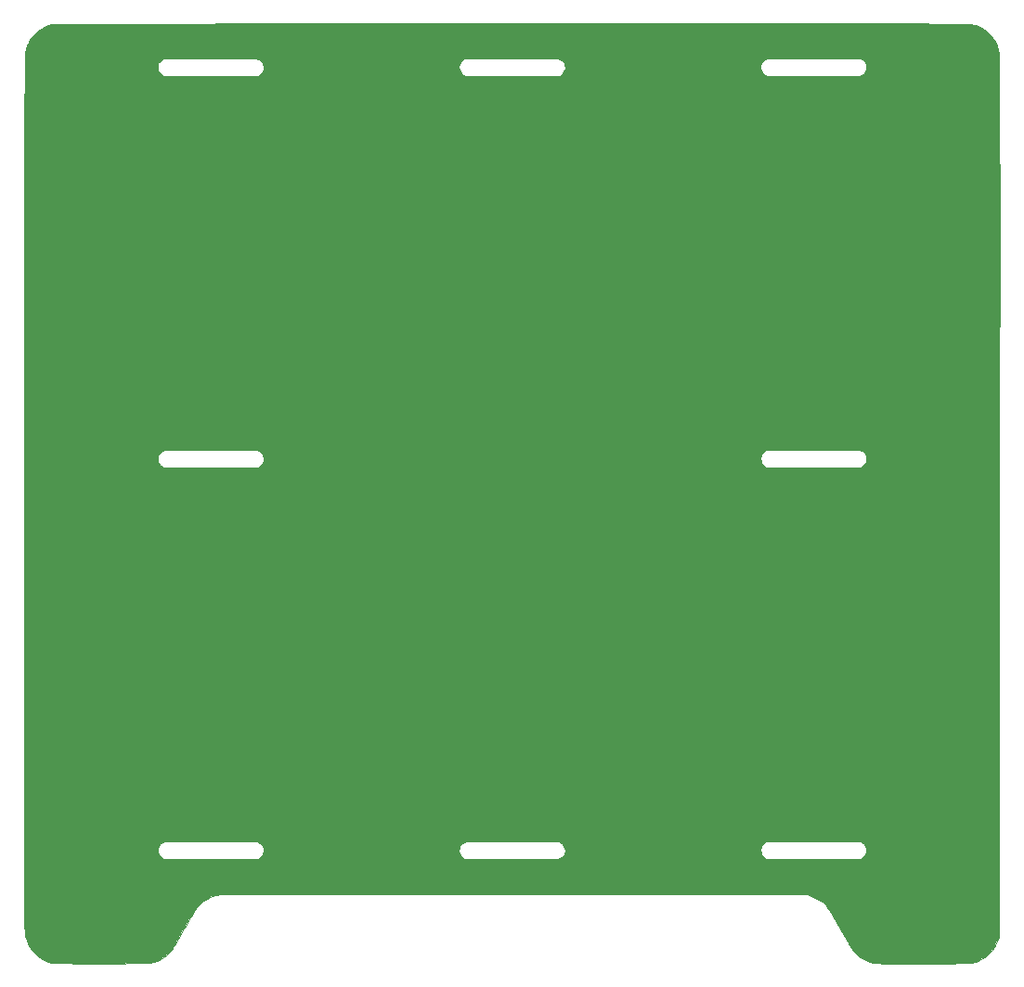
<source format=gbr>
%TF.GenerationSoftware,KiCad,Pcbnew,(6.0.0)*%
%TF.CreationDate,2022-01-31T16:35:22-08:00*%
%TF.ProjectId,PCB-side-brain,5043422d-7369-4646-952d-627261696e2e,rev?*%
%TF.SameCoordinates,Original*%
%TF.FileFunction,Copper,L2,Bot*%
%TF.FilePolarity,Positive*%
%FSLAX46Y46*%
G04 Gerber Fmt 4.6, Leading zero omitted, Abs format (unit mm)*
G04 Created by KiCad (PCBNEW (6.0.0)) date 2022-01-31 16:35:22*
%MOMM*%
%LPD*%
G01*
G04 APERTURE LIST*
%TA.AperFunction,EtchedComponent*%
%ADD10C,0.010000*%
%TD*%
G04 APERTURE END LIST*
D10*
%TO.C,Ref\u002A\u002A*%
X167093428Y-45469534D02*
X168458202Y-45469580D01*
X168458202Y-45469580D02*
X169784633Y-45469652D01*
X169784633Y-45469652D02*
X171072600Y-45469749D01*
X171072600Y-45469749D02*
X172321983Y-45469874D01*
X172321983Y-45469874D02*
X173532661Y-45470024D01*
X173532661Y-45470024D02*
X174704514Y-45470200D01*
X174704514Y-45470200D02*
X175837420Y-45470403D01*
X175837420Y-45470403D02*
X176931259Y-45470631D01*
X176931259Y-45470631D02*
X177985910Y-45470886D01*
X177985910Y-45470886D02*
X179001252Y-45471166D01*
X179001252Y-45471166D02*
X179977165Y-45471473D01*
X179977165Y-45471473D02*
X180913527Y-45471805D01*
X180913527Y-45471805D02*
X181810219Y-45472163D01*
X181810219Y-45472163D02*
X182667119Y-45472547D01*
X182667119Y-45472547D02*
X183484107Y-45472956D01*
X183484107Y-45472956D02*
X184261061Y-45473392D01*
X184261061Y-45473392D02*
X184997862Y-45473853D01*
X184997862Y-45473853D02*
X185694387Y-45474339D01*
X185694387Y-45474339D02*
X186350518Y-45474851D01*
X186350518Y-45474851D02*
X186966132Y-45475389D01*
X186966132Y-45475389D02*
X187541109Y-45475952D01*
X187541109Y-45475952D02*
X188075329Y-45476540D01*
X188075329Y-45476540D02*
X188568670Y-45477154D01*
X188568670Y-45477154D02*
X189021012Y-45477793D01*
X189021012Y-45477793D02*
X189432235Y-45478457D01*
X189432235Y-45478457D02*
X189802216Y-45479147D01*
X189802216Y-45479147D02*
X190130836Y-45479862D01*
X190130836Y-45479862D02*
X190417974Y-45480602D01*
X190417974Y-45480602D02*
X190663510Y-45481367D01*
X190663510Y-45481367D02*
X190867321Y-45482158D01*
X190867321Y-45482158D02*
X191029288Y-45482973D01*
X191029288Y-45482973D02*
X191149290Y-45483813D01*
X191149290Y-45483813D02*
X191227206Y-45484679D01*
X191227206Y-45484679D02*
X191262916Y-45485569D01*
X191262916Y-45485569D02*
X191263584Y-45485614D01*
X191263584Y-45485614D02*
X191486863Y-45506375D01*
X191486863Y-45506375D02*
X191682831Y-45535444D01*
X191682831Y-45535444D02*
X191866143Y-45575563D01*
X191866143Y-45575563D02*
X192051453Y-45629474D01*
X192051453Y-45629474D02*
X192076916Y-45637791D01*
X192076916Y-45637791D02*
X192410303Y-45769712D01*
X192410303Y-45769712D02*
X192723649Y-45937258D01*
X192723649Y-45937258D02*
X193014572Y-46137658D01*
X193014572Y-46137658D02*
X193280689Y-46368144D01*
X193280689Y-46368144D02*
X193519616Y-46625946D01*
X193519616Y-46625946D02*
X193728971Y-46908293D01*
X193728971Y-46908293D02*
X193906370Y-47212417D01*
X193906370Y-47212417D02*
X194049430Y-47535547D01*
X194049430Y-47535547D02*
X194155768Y-47874913D01*
X194155768Y-47874913D02*
X194205597Y-48111833D01*
X194205597Y-48111833D02*
X194207219Y-48121711D01*
X194207219Y-48121711D02*
X194208798Y-48132347D01*
X194208798Y-48132347D02*
X194210334Y-48144306D01*
X194210334Y-48144306D02*
X194211828Y-48158154D01*
X194211828Y-48158154D02*
X194213280Y-48174454D01*
X194213280Y-48174454D02*
X194214691Y-48193771D01*
X194214691Y-48193771D02*
X194216061Y-48216672D01*
X194216061Y-48216672D02*
X194217391Y-48243720D01*
X194217391Y-48243720D02*
X194218682Y-48275480D01*
X194218682Y-48275480D02*
X194219933Y-48312518D01*
X194219933Y-48312518D02*
X194221145Y-48355398D01*
X194221145Y-48355398D02*
X194222320Y-48404686D01*
X194222320Y-48404686D02*
X194223456Y-48460945D01*
X194223456Y-48460945D02*
X194224556Y-48524741D01*
X194224556Y-48524741D02*
X194225618Y-48596639D01*
X194225618Y-48596639D02*
X194226645Y-48677204D01*
X194226645Y-48677204D02*
X194227635Y-48767001D01*
X194227635Y-48767001D02*
X194228591Y-48866594D01*
X194228591Y-48866594D02*
X194229511Y-48976548D01*
X194229511Y-48976548D02*
X194230398Y-49097429D01*
X194230398Y-49097429D02*
X194231250Y-49229801D01*
X194231250Y-49229801D02*
X194232070Y-49374229D01*
X194232070Y-49374229D02*
X194232857Y-49531279D01*
X194232857Y-49531279D02*
X194233611Y-49701514D01*
X194233611Y-49701514D02*
X194234334Y-49885500D01*
X194234334Y-49885500D02*
X194235025Y-50083802D01*
X194235025Y-50083802D02*
X194235686Y-50296985D01*
X194235686Y-50296985D02*
X194236316Y-50525613D01*
X194236316Y-50525613D02*
X194236917Y-50770251D01*
X194236917Y-50770251D02*
X194237488Y-51031465D01*
X194237488Y-51031465D02*
X194238030Y-51309820D01*
X194238030Y-51309820D02*
X194238545Y-51605879D01*
X194238545Y-51605879D02*
X194239031Y-51920208D01*
X194239031Y-51920208D02*
X194239490Y-52253373D01*
X194239490Y-52253373D02*
X194239922Y-52605937D01*
X194239922Y-52605937D02*
X194240328Y-52978466D01*
X194240328Y-52978466D02*
X194240709Y-53371525D01*
X194240709Y-53371525D02*
X194241063Y-53785678D01*
X194241063Y-53785678D02*
X194241394Y-54221491D01*
X194241394Y-54221491D02*
X194241699Y-54679528D01*
X194241699Y-54679528D02*
X194241981Y-55160354D01*
X194241981Y-55160354D02*
X194242240Y-55664534D01*
X194242240Y-55664534D02*
X194242476Y-56192634D01*
X194242476Y-56192634D02*
X194242689Y-56745217D01*
X194242689Y-56745217D02*
X194242881Y-57322850D01*
X194242881Y-57322850D02*
X194243051Y-57926096D01*
X194243051Y-57926096D02*
X194243200Y-58555520D01*
X194243200Y-58555520D02*
X194243329Y-59211689D01*
X194243329Y-59211689D02*
X194243438Y-59895165D01*
X194243438Y-59895165D02*
X194243528Y-60606516D01*
X194243528Y-60606516D02*
X194243599Y-61346304D01*
X194243599Y-61346304D02*
X194243652Y-62115095D01*
X194243652Y-62115095D02*
X194243686Y-62913455D01*
X194243686Y-62913455D02*
X194243704Y-63741948D01*
X194243704Y-63741948D02*
X194243704Y-64601138D01*
X194243704Y-64601138D02*
X194243688Y-65491591D01*
X194243688Y-65491591D02*
X194243656Y-66413872D01*
X194243656Y-66413872D02*
X194243609Y-67368545D01*
X194243609Y-67368545D02*
X194243547Y-68356176D01*
X194243547Y-68356176D02*
X194243471Y-69377330D01*
X194243471Y-69377330D02*
X194243380Y-70432570D01*
X194243380Y-70432570D02*
X194243276Y-71522463D01*
X194243276Y-71522463D02*
X194243160Y-72647572D01*
X194243160Y-72647572D02*
X194243030Y-73808464D01*
X194243030Y-73808464D02*
X194242889Y-75005703D01*
X194242889Y-75005703D02*
X194242737Y-76239853D01*
X194242737Y-76239853D02*
X194242573Y-77511480D01*
X194242573Y-77511480D02*
X194242400Y-78821149D01*
X194242400Y-78821149D02*
X194242216Y-80169424D01*
X194242216Y-80169424D02*
X194242023Y-81556870D01*
X194242023Y-81556870D02*
X194241820Y-82984052D01*
X194241820Y-82984052D02*
X194241610Y-84451536D01*
X194241610Y-84451536D02*
X194241391Y-85959886D01*
X194241391Y-85959886D02*
X194241165Y-87509667D01*
X194241165Y-87509667D02*
X194241027Y-88455500D01*
X194241027Y-88455500D02*
X194235156Y-128555750D01*
X194235156Y-128555750D02*
X194189576Y-128737556D01*
X194189576Y-128737556D02*
X194098018Y-129054572D01*
X194098018Y-129054572D02*
X193989120Y-129340366D01*
X193989120Y-129340366D02*
X193859160Y-129603800D01*
X193859160Y-129603800D02*
X193747932Y-129788493D01*
X193747932Y-129788493D02*
X193528561Y-130088452D01*
X193528561Y-130088452D02*
X193281316Y-130356787D01*
X193281316Y-130356787D02*
X193007405Y-130592567D01*
X193007405Y-130592567D02*
X192708034Y-130794860D01*
X192708034Y-130794860D02*
X192384408Y-130962735D01*
X192384408Y-130962735D02*
X192068709Y-131085181D01*
X192068709Y-131085181D02*
X192013553Y-131103783D01*
X192013553Y-131103783D02*
X191964051Y-131120869D01*
X191964051Y-131120869D02*
X191918305Y-131136506D01*
X191918305Y-131136506D02*
X191874420Y-131150760D01*
X191874420Y-131150760D02*
X191830499Y-131163698D01*
X191830499Y-131163698D02*
X191784644Y-131175388D01*
X191784644Y-131175388D02*
X191734959Y-131185896D01*
X191734959Y-131185896D02*
X191679546Y-131195290D01*
X191679546Y-131195290D02*
X191616510Y-131203635D01*
X191616510Y-131203635D02*
X191543952Y-131210999D01*
X191543952Y-131210999D02*
X191459977Y-131217449D01*
X191459977Y-131217449D02*
X191362687Y-131223052D01*
X191362687Y-131223052D02*
X191250185Y-131227875D01*
X191250185Y-131227875D02*
X191120575Y-131231984D01*
X191120575Y-131231984D02*
X190971959Y-131235447D01*
X190971959Y-131235447D02*
X190802442Y-131238329D01*
X190802442Y-131238329D02*
X190610125Y-131240700D01*
X190610125Y-131240700D02*
X190393112Y-131242624D01*
X190393112Y-131242624D02*
X190149506Y-131244170D01*
X190149506Y-131244170D02*
X189877410Y-131245403D01*
X189877410Y-131245403D02*
X189574928Y-131246391D01*
X189574928Y-131246391D02*
X189240162Y-131247201D01*
X189240162Y-131247201D02*
X188871216Y-131247900D01*
X188871216Y-131247900D02*
X188466193Y-131248555D01*
X188466193Y-131248555D02*
X188023195Y-131249232D01*
X188023195Y-131249232D02*
X187540327Y-131249998D01*
X187540327Y-131249998D02*
X187388500Y-131250253D01*
X187388500Y-131250253D02*
X186844495Y-131251094D01*
X186844495Y-131251094D02*
X186341806Y-131251678D01*
X186341806Y-131251678D02*
X185879417Y-131252003D01*
X185879417Y-131252003D02*
X185456312Y-131252063D01*
X185456312Y-131252063D02*
X185071473Y-131251856D01*
X185071473Y-131251856D02*
X184723886Y-131251377D01*
X184723886Y-131251377D02*
X184412533Y-131250622D01*
X184412533Y-131250622D02*
X184136397Y-131249588D01*
X184136397Y-131249588D02*
X183894464Y-131248269D01*
X183894464Y-131248269D02*
X183685715Y-131246662D01*
X183685715Y-131246662D02*
X183509136Y-131244764D01*
X183509136Y-131244764D02*
X183363709Y-131242569D01*
X183363709Y-131242569D02*
X183248418Y-131240074D01*
X183248418Y-131240074D02*
X183162247Y-131237275D01*
X183162247Y-131237275D02*
X183104179Y-131234168D01*
X183104179Y-131234168D02*
X183092935Y-131233253D01*
X183092935Y-131233253D02*
X182734287Y-131180115D01*
X182734287Y-131180115D02*
X182386751Y-131087805D01*
X182386751Y-131087805D02*
X182053634Y-130958113D01*
X182053634Y-130958113D02*
X181738247Y-130792825D01*
X181738247Y-130792825D02*
X181443898Y-130593731D01*
X181443898Y-130593731D02*
X181173897Y-130362620D01*
X181173897Y-130362620D02*
X180931552Y-130101280D01*
X180931552Y-130101280D02*
X180880333Y-130037416D01*
X180880333Y-130037416D02*
X180853885Y-130003685D01*
X180853885Y-130003685D02*
X180830497Y-129973849D01*
X180830497Y-129973849D02*
X180808758Y-129945555D01*
X180808758Y-129945555D02*
X180787262Y-129916447D01*
X180787262Y-129916447D02*
X180764600Y-129884171D01*
X180764600Y-129884171D02*
X180739363Y-129846373D01*
X180739363Y-129846373D02*
X180710143Y-129800697D01*
X180710143Y-129800697D02*
X180675533Y-129744790D01*
X180675533Y-129744790D02*
X180634123Y-129676296D01*
X180634123Y-129676296D02*
X180584506Y-129592862D01*
X180584506Y-129592862D02*
X180525274Y-129492131D01*
X180525274Y-129492131D02*
X180455017Y-129371751D01*
X180455017Y-129371751D02*
X180372328Y-129229366D01*
X180372328Y-129229366D02*
X180275799Y-129062622D01*
X180275799Y-129062622D02*
X180164021Y-128869165D01*
X180164021Y-128869165D02*
X180035587Y-128646638D01*
X180035587Y-128646638D02*
X179889087Y-128392689D01*
X179889087Y-128392689D02*
X179723113Y-128104962D01*
X179723113Y-128104962D02*
X179684002Y-128037166D01*
X179684002Y-128037166D02*
X179541742Y-127790845D01*
X179541742Y-127790845D02*
X179404212Y-127553232D01*
X179404212Y-127553232D02*
X179273052Y-127327130D01*
X179273052Y-127327130D02*
X179149903Y-127115346D01*
X179149903Y-127115346D02*
X179036406Y-126920685D01*
X179036406Y-126920685D02*
X178934202Y-126745952D01*
X178934202Y-126745952D02*
X178844932Y-126593954D01*
X178844932Y-126593954D02*
X178770236Y-126467494D01*
X178770236Y-126467494D02*
X178711756Y-126369380D01*
X178711756Y-126369380D02*
X178671132Y-126302416D01*
X178671132Y-126302416D02*
X178650249Y-126269750D01*
X178650249Y-126269750D02*
X178422778Y-125980921D01*
X178422778Y-125980921D02*
X178174589Y-125726859D01*
X178174589Y-125726859D02*
X177903581Y-125506178D01*
X177903581Y-125506178D02*
X177607654Y-125317491D01*
X177607654Y-125317491D02*
X177284710Y-125159414D01*
X177284710Y-125159414D02*
X176932647Y-125030559D01*
X176932647Y-125030559D02*
X176657000Y-124954383D01*
X176657000Y-124954383D02*
X176648424Y-124952528D01*
X176648424Y-124952528D02*
X176637767Y-124950734D01*
X176637767Y-124950734D02*
X176624335Y-124948997D01*
X176624335Y-124948997D02*
X176607435Y-124947319D01*
X176607435Y-124947319D02*
X176586376Y-124945696D01*
X176586376Y-124945696D02*
X176560465Y-124944129D01*
X176560465Y-124944129D02*
X176529009Y-124942616D01*
X176529009Y-124942616D02*
X176491316Y-124941156D01*
X176491316Y-124941156D02*
X176446693Y-124939747D01*
X176446693Y-124939747D02*
X176394448Y-124938389D01*
X176394448Y-124938389D02*
X176333889Y-124937080D01*
X176333889Y-124937080D02*
X176264322Y-124935820D01*
X176264322Y-124935820D02*
X176185056Y-124934607D01*
X176185056Y-124934607D02*
X176095398Y-124933439D01*
X176095398Y-124933439D02*
X175994656Y-124932316D01*
X175994656Y-124932316D02*
X175882136Y-124931237D01*
X175882136Y-124931237D02*
X175757147Y-124930200D01*
X175757147Y-124930200D02*
X175618996Y-124929204D01*
X175618996Y-124929204D02*
X175466991Y-124928249D01*
X175466991Y-124928249D02*
X175300439Y-124927332D01*
X175300439Y-124927332D02*
X175118647Y-124926453D01*
X175118647Y-124926453D02*
X174920924Y-124925611D01*
X174920924Y-124925611D02*
X174706576Y-124924804D01*
X174706576Y-124924804D02*
X174474911Y-124924031D01*
X174474911Y-124924031D02*
X174225238Y-124923291D01*
X174225238Y-124923291D02*
X173956862Y-124922584D01*
X173956862Y-124922584D02*
X173669092Y-124921907D01*
X173669092Y-124921907D02*
X173361236Y-124921260D01*
X173361236Y-124921260D02*
X173032600Y-124920641D01*
X173032600Y-124920641D02*
X172682493Y-124920049D01*
X172682493Y-124920049D02*
X172310221Y-124919484D01*
X172310221Y-124919484D02*
X171915093Y-124918944D01*
X171915093Y-124918944D02*
X171496415Y-124918427D01*
X171496415Y-124918427D02*
X171053496Y-124917933D01*
X171053496Y-124917933D02*
X170585644Y-124917460D01*
X170585644Y-124917460D02*
X170092164Y-124917008D01*
X170092164Y-124917008D02*
X169572365Y-124916575D01*
X169572365Y-124916575D02*
X169025555Y-124916160D01*
X169025555Y-124916160D02*
X168451041Y-124915762D01*
X168451041Y-124915762D02*
X167848131Y-124915379D01*
X167848131Y-124915379D02*
X167216131Y-124915011D01*
X167216131Y-124915011D02*
X166554350Y-124914657D01*
X166554350Y-124914657D02*
X165862096Y-124914314D01*
X165862096Y-124914314D02*
X165138675Y-124913983D01*
X165138675Y-124913983D02*
X164383395Y-124913661D01*
X164383395Y-124913661D02*
X163595563Y-124913348D01*
X163595563Y-124913348D02*
X162774488Y-124913042D01*
X162774488Y-124913042D02*
X161919477Y-124912743D01*
X161919477Y-124912743D02*
X161029836Y-124912450D01*
X161029836Y-124912450D02*
X160104875Y-124912160D01*
X160104875Y-124912160D02*
X159143900Y-124911873D01*
X159143900Y-124911873D02*
X158146218Y-124911588D01*
X158146218Y-124911588D02*
X157111138Y-124911303D01*
X157111138Y-124911303D02*
X156037967Y-124911018D01*
X156037967Y-124911018D02*
X154926012Y-124910731D01*
X154926012Y-124910731D02*
X153774581Y-124910441D01*
X153774581Y-124910441D02*
X152582981Y-124910147D01*
X152582981Y-124910147D02*
X151350521Y-124909848D01*
X151350521Y-124909848D02*
X150076506Y-124909542D01*
X150076506Y-124909542D02*
X149912916Y-124909503D01*
X149912916Y-124909503D02*
X148517781Y-124909182D01*
X148517781Y-124909182D02*
X147164606Y-124908895D01*
X147164606Y-124908895D02*
X145853019Y-124908643D01*
X145853019Y-124908643D02*
X144582647Y-124908426D01*
X144582647Y-124908426D02*
X143353117Y-124908244D01*
X143353117Y-124908244D02*
X142164058Y-124908096D01*
X142164058Y-124908096D02*
X141015095Y-124907985D01*
X141015095Y-124907985D02*
X139905856Y-124907909D01*
X139905856Y-124907909D02*
X138835968Y-124907868D01*
X138835968Y-124907868D02*
X137805060Y-124907864D01*
X137805060Y-124907864D02*
X136812757Y-124907897D01*
X136812757Y-124907897D02*
X135858688Y-124907966D01*
X135858688Y-124907966D02*
X134942479Y-124908071D01*
X134942479Y-124908071D02*
X134063757Y-124908214D01*
X134063757Y-124908214D02*
X133222151Y-124908394D01*
X133222151Y-124908394D02*
X132417287Y-124908612D01*
X132417287Y-124908612D02*
X131648793Y-124908867D01*
X131648793Y-124908867D02*
X130916295Y-124909161D01*
X130916295Y-124909161D02*
X130219421Y-124909492D01*
X130219421Y-124909492D02*
X129557799Y-124909862D01*
X129557799Y-124909862D02*
X128931056Y-124910271D01*
X128931056Y-124910271D02*
X128338818Y-124910719D01*
X128338818Y-124910719D02*
X127780713Y-124911205D01*
X127780713Y-124911205D02*
X127256369Y-124911732D01*
X127256369Y-124911732D02*
X126765412Y-124912297D01*
X126765412Y-124912297D02*
X126307471Y-124912903D01*
X126307471Y-124912903D02*
X125882171Y-124913549D01*
X125882171Y-124913549D02*
X125489141Y-124914235D01*
X125489141Y-124914235D02*
X125128008Y-124914961D01*
X125128008Y-124914961D02*
X124798399Y-124915729D01*
X124798399Y-124915729D02*
X124499940Y-124916537D01*
X124499940Y-124916537D02*
X124232261Y-124917387D01*
X124232261Y-124917387D02*
X123994987Y-124918278D01*
X123994987Y-124918278D02*
X123787746Y-124919211D01*
X123787746Y-124919211D02*
X123610166Y-124920186D01*
X123610166Y-124920186D02*
X123461873Y-124921203D01*
X123461873Y-124921203D02*
X123342495Y-124922262D01*
X123342495Y-124922262D02*
X123251658Y-124923364D01*
X123251658Y-124923364D02*
X123188992Y-124924509D01*
X123188992Y-124924509D02*
X123154122Y-124925697D01*
X123154122Y-124925697D02*
X123147666Y-124926210D01*
X123147666Y-124926210D02*
X122791392Y-124993030D01*
X122791392Y-124993030D02*
X122444546Y-125100338D01*
X122444546Y-125100338D02*
X122110671Y-125246703D01*
X122110671Y-125246703D02*
X121793307Y-125430693D01*
X121793307Y-125430693D02*
X121644833Y-125534197D01*
X121644833Y-125534197D02*
X121507881Y-125645140D01*
X121507881Y-125645140D02*
X121361655Y-125780363D01*
X121361655Y-125780363D02*
X121216867Y-125928770D01*
X121216867Y-125928770D02*
X121084228Y-126079267D01*
X121084228Y-126079267D02*
X120974447Y-126220758D01*
X120974447Y-126220758D02*
X120954887Y-126248895D01*
X120954887Y-126248895D02*
X120925134Y-126295511D01*
X120925134Y-126295511D02*
X120876063Y-126375849D01*
X120876063Y-126375849D02*
X120809432Y-126486918D01*
X120809432Y-126486918D02*
X120726998Y-126625724D01*
X120726998Y-126625724D02*
X120630518Y-126789276D01*
X120630518Y-126789276D02*
X120521748Y-126974580D01*
X120521748Y-126974580D02*
X120402445Y-127178645D01*
X120402445Y-127178645D02*
X120274366Y-127398477D01*
X120274366Y-127398477D02*
X120139269Y-127631085D01*
X120139269Y-127631085D02*
X119998909Y-127873476D01*
X119998909Y-127873476D02*
X119867723Y-128100666D01*
X119867723Y-128100666D02*
X119724975Y-128347870D01*
X119724975Y-128347870D02*
X119586525Y-128586961D01*
X119586525Y-128586961D02*
X119454059Y-128815064D01*
X119454059Y-128815064D02*
X119329262Y-129029307D01*
X119329262Y-129029307D02*
X119213821Y-129226816D01*
X119213821Y-129226816D02*
X119109422Y-129404718D01*
X119109422Y-129404718D02*
X119017751Y-129560139D01*
X119017751Y-129560139D02*
X118940493Y-129690207D01*
X118940493Y-129690207D02*
X118879335Y-129792047D01*
X118879335Y-129792047D02*
X118835962Y-129862787D01*
X118835962Y-129862787D02*
X118812722Y-129898632D01*
X118812722Y-129898632D02*
X118581876Y-130188547D01*
X118581876Y-130188547D02*
X118324824Y-130445241D01*
X118324824Y-130445241D02*
X118041737Y-130668602D01*
X118041737Y-130668602D02*
X117732790Y-130858518D01*
X117732790Y-130858518D02*
X117398154Y-131014878D01*
X117398154Y-131014878D02*
X117038002Y-131137571D01*
X117038002Y-131137571D02*
X116806175Y-131195762D01*
X116806175Y-131195762D02*
X116596583Y-131241768D01*
X116596583Y-131241768D02*
X112469083Y-131245540D01*
X112469083Y-131245540D02*
X112051932Y-131245838D01*
X112051932Y-131245838D02*
X111644831Y-131245966D01*
X111644831Y-131245966D02*
X111249909Y-131245930D01*
X111249909Y-131245930D02*
X110869296Y-131245736D01*
X110869296Y-131245736D02*
X110505123Y-131245391D01*
X110505123Y-131245391D02*
X110159517Y-131244900D01*
X110159517Y-131244900D02*
X109834610Y-131244270D01*
X109834610Y-131244270D02*
X109532531Y-131243507D01*
X109532531Y-131243507D02*
X109255410Y-131242617D01*
X109255410Y-131242617D02*
X109005376Y-131241606D01*
X109005376Y-131241606D02*
X108784559Y-131240481D01*
X108784559Y-131240481D02*
X108595089Y-131239248D01*
X108595089Y-131239248D02*
X108439095Y-131237912D01*
X108439095Y-131237912D02*
X108318707Y-131236481D01*
X108318707Y-131236481D02*
X108236054Y-131234960D01*
X108236054Y-131234960D02*
X108193268Y-131233356D01*
X108193268Y-131233356D02*
X108190282Y-131233094D01*
X108190282Y-131233094D02*
X107829287Y-131173763D01*
X107829287Y-131173763D02*
X107482072Y-131075700D01*
X107482072Y-131075700D02*
X107151276Y-130940772D01*
X107151276Y-130940772D02*
X106839538Y-130770844D01*
X106839538Y-130770844D02*
X106549497Y-130567785D01*
X106549497Y-130567785D02*
X106283790Y-130333461D01*
X106283790Y-130333461D02*
X106045057Y-130069738D01*
X106045057Y-130069738D02*
X105835936Y-129778484D01*
X105835936Y-129778484D02*
X105659065Y-129461564D01*
X105659065Y-129461564D02*
X105645057Y-129432349D01*
X105645057Y-129432349D02*
X105539535Y-129189385D01*
X105539535Y-129189385D02*
X105459529Y-128956167D01*
X105459529Y-128956167D02*
X105401105Y-128718176D01*
X105401105Y-128718176D02*
X105360327Y-128460890D01*
X105360327Y-128460890D02*
X105346144Y-128329239D01*
X105346144Y-128329239D02*
X105345166Y-128303395D01*
X105345166Y-128303395D02*
X105344216Y-128246773D01*
X105344216Y-128246773D02*
X105343294Y-128159129D01*
X105343294Y-128159129D02*
X105342402Y-128040215D01*
X105342402Y-128040215D02*
X105341537Y-127889785D01*
X105341537Y-127889785D02*
X105340701Y-127707593D01*
X105340701Y-127707593D02*
X105339893Y-127493393D01*
X105339893Y-127493393D02*
X105339113Y-127246939D01*
X105339113Y-127246939D02*
X105338361Y-126967984D01*
X105338361Y-126967984D02*
X105337636Y-126656284D01*
X105337636Y-126656284D02*
X105336940Y-126311590D01*
X105336940Y-126311590D02*
X105336271Y-125933659D01*
X105336271Y-125933659D02*
X105335630Y-125522242D01*
X105335630Y-125522242D02*
X105335016Y-125077094D01*
X105335016Y-125077094D02*
X105334430Y-124597970D01*
X105334430Y-124597970D02*
X105333871Y-124084622D01*
X105333871Y-124084622D02*
X105333339Y-123536805D01*
X105333339Y-123536805D02*
X105332834Y-122954272D01*
X105332834Y-122954272D02*
X105332356Y-122336778D01*
X105332356Y-122336778D02*
X105331905Y-121684077D01*
X105331905Y-121684077D02*
X105331481Y-120995921D01*
X105331481Y-120995921D02*
X105331406Y-120859458D01*
X105331406Y-120859458D02*
X117458282Y-120859458D01*
X117458282Y-120859458D02*
X117467065Y-121039512D01*
X117467065Y-121039512D02*
X117493248Y-121153174D01*
X117493248Y-121153174D02*
X117563278Y-121319075D01*
X117563278Y-121319075D02*
X117664311Y-121466196D01*
X117664311Y-121466196D02*
X117790156Y-121586854D01*
X117790156Y-121586854D02*
X117898333Y-121655996D01*
X117898333Y-121655996D02*
X117918783Y-121666802D01*
X117918783Y-121666802D02*
X117937762Y-121676730D01*
X117937762Y-121676730D02*
X117957056Y-121685814D01*
X117957056Y-121685814D02*
X117978454Y-121694092D01*
X117978454Y-121694092D02*
X118003746Y-121701597D01*
X118003746Y-121701597D02*
X118034718Y-121708367D01*
X118034718Y-121708367D02*
X118073161Y-121714435D01*
X118073161Y-121714435D02*
X118120862Y-121719838D01*
X118120862Y-121719838D02*
X118179609Y-121724612D01*
X118179609Y-121724612D02*
X118251192Y-121728791D01*
X118251192Y-121728791D02*
X118337399Y-121732411D01*
X118337399Y-121732411D02*
X118440017Y-121735509D01*
X118440017Y-121735509D02*
X118560836Y-121738119D01*
X118560836Y-121738119D02*
X118701645Y-121740276D01*
X118701645Y-121740276D02*
X118864231Y-121742018D01*
X118864231Y-121742018D02*
X119050383Y-121743378D01*
X119050383Y-121743378D02*
X119261889Y-121744392D01*
X119261889Y-121744392D02*
X119500538Y-121745097D01*
X119500538Y-121745097D02*
X119768119Y-121745527D01*
X119768119Y-121745527D02*
X120066420Y-121745719D01*
X120066420Y-121745719D02*
X120397228Y-121745707D01*
X120397228Y-121745707D02*
X120762334Y-121745527D01*
X120762334Y-121745527D02*
X121163525Y-121745215D01*
X121163525Y-121745215D02*
X121602590Y-121744806D01*
X121602590Y-121744806D02*
X122081317Y-121744336D01*
X122081317Y-121744336D02*
X122332750Y-121744092D01*
X122332750Y-121744092D02*
X126523750Y-121740083D01*
X126523750Y-121740083D02*
X126650750Y-121677883D01*
X126650750Y-121677883D02*
X126779558Y-121597400D01*
X126779558Y-121597400D02*
X126900560Y-121490081D01*
X126900560Y-121490081D02*
X127001589Y-121368091D01*
X127001589Y-121368091D02*
X127059202Y-121269511D01*
X127059202Y-121269511D02*
X127085076Y-121210026D01*
X127085076Y-121210026D02*
X127101776Y-121156256D01*
X127101776Y-121156256D02*
X127111261Y-121096041D01*
X127111261Y-121096041D02*
X127115488Y-121017219D01*
X127115488Y-121017219D02*
X127116416Y-120914138D01*
X127116416Y-120914138D02*
X127116064Y-120866905D01*
X127116064Y-120866905D02*
X144956059Y-120866905D01*
X144956059Y-120866905D02*
X144965835Y-121049603D01*
X144965835Y-121049603D02*
X145013167Y-121228117D01*
X145013167Y-121228117D02*
X145084053Y-121363663D01*
X145084053Y-121363663D02*
X145188041Y-121490644D01*
X145188041Y-121490644D02*
X145315902Y-121600571D01*
X145315902Y-121600571D02*
X145458405Y-121684953D01*
X145458405Y-121684953D02*
X145548054Y-121720092D01*
X145548054Y-121720092D02*
X145565287Y-121723493D01*
X145565287Y-121723493D02*
X145595456Y-121726607D01*
X145595456Y-121726607D02*
X145640162Y-121729442D01*
X145640162Y-121729442D02*
X145701006Y-121732008D01*
X145701006Y-121732008D02*
X145779590Y-121734314D01*
X145779590Y-121734314D02*
X145877514Y-121736368D01*
X145877514Y-121736368D02*
X145996380Y-121738179D01*
X145996380Y-121738179D02*
X146137787Y-121739757D01*
X146137787Y-121739757D02*
X146303338Y-121741110D01*
X146303338Y-121741110D02*
X146494633Y-121742248D01*
X146494633Y-121742248D02*
X146713273Y-121743179D01*
X146713273Y-121743179D02*
X146960859Y-121743913D01*
X146960859Y-121743913D02*
X147238992Y-121744457D01*
X147238992Y-121744457D02*
X147549273Y-121744823D01*
X147549273Y-121744823D02*
X147893303Y-121745017D01*
X147893303Y-121745017D02*
X148272683Y-121745050D01*
X148272683Y-121745050D02*
X148689014Y-121744930D01*
X148689014Y-121744930D02*
X149143898Y-121744666D01*
X149143898Y-121744666D02*
X149638934Y-121744268D01*
X149638934Y-121744268D02*
X149828250Y-121744092D01*
X149828250Y-121744092D02*
X154019250Y-121740083D01*
X154019250Y-121740083D02*
X154158719Y-121671835D01*
X154158719Y-121671835D02*
X154314506Y-121572742D01*
X154314506Y-121572742D02*
X154443772Y-121443152D01*
X154443772Y-121443152D02*
X154542677Y-121288310D01*
X154542677Y-121288310D02*
X154607384Y-121113461D01*
X154607384Y-121113461D02*
X154623152Y-121037119D01*
X154623152Y-121037119D02*
X154625071Y-120993071D01*
X154625071Y-120993071D02*
X172455398Y-120993071D01*
X172455398Y-120993071D02*
X172488272Y-121160151D01*
X172488272Y-121160151D02*
X172556911Y-121320176D01*
X172556911Y-121320176D02*
X172662415Y-121467724D01*
X172662415Y-121467724D02*
X172675958Y-121482573D01*
X172675958Y-121482573D02*
X172818882Y-121607769D01*
X172818882Y-121607769D02*
X172978387Y-121696317D01*
X172978387Y-121696317D02*
X173043554Y-121720066D01*
X173043554Y-121720066D02*
X173060815Y-121723464D01*
X173060815Y-121723464D02*
X173091063Y-121726576D01*
X173091063Y-121726576D02*
X173135898Y-121729409D01*
X173135898Y-121729409D02*
X173196920Y-121731973D01*
X173196920Y-121731973D02*
X173275727Y-121734277D01*
X173275727Y-121734277D02*
X173373921Y-121736330D01*
X173373921Y-121736330D02*
X173493099Y-121738141D01*
X173493099Y-121738141D02*
X173634862Y-121739718D01*
X173634862Y-121739718D02*
X173800809Y-121741070D01*
X173800809Y-121741070D02*
X173992540Y-121742208D01*
X173992540Y-121742208D02*
X174211654Y-121743139D01*
X174211654Y-121743139D02*
X174459751Y-121743873D01*
X174459751Y-121743873D02*
X174738430Y-121744418D01*
X174738430Y-121744418D02*
X175049290Y-121744783D01*
X175049290Y-121744783D02*
X175393932Y-121744979D01*
X175393932Y-121744979D02*
X175773955Y-121745012D01*
X175773955Y-121745012D02*
X176190958Y-121744893D01*
X176190958Y-121744893D02*
X176646541Y-121744630D01*
X176646541Y-121744630D02*
X177142304Y-121744233D01*
X177142304Y-121744233D02*
X177323750Y-121744066D01*
X177323750Y-121744066D02*
X181514750Y-121740083D01*
X181514750Y-121740083D02*
X181635782Y-121683355D01*
X181635782Y-121683355D02*
X181791991Y-121587431D01*
X181791991Y-121587431D02*
X181924624Y-121459788D01*
X181924624Y-121459788D02*
X182028898Y-121306639D01*
X182028898Y-121306639D02*
X182100030Y-121134199D01*
X182100030Y-121134199D02*
X182119350Y-121055083D01*
X182119350Y-121055083D02*
X182131861Y-120884506D01*
X182131861Y-120884506D02*
X182105865Y-120714628D01*
X182105865Y-120714628D02*
X182044794Y-120551905D01*
X182044794Y-120551905D02*
X181952081Y-120402791D01*
X181952081Y-120402791D02*
X181831159Y-120273741D01*
X181831159Y-120273741D02*
X181685461Y-120171210D01*
X181685461Y-120171210D02*
X181635782Y-120145811D01*
X181635782Y-120145811D02*
X181514750Y-120089083D01*
X181514750Y-120089083D02*
X173069250Y-120089083D01*
X173069250Y-120089083D02*
X172947485Y-120146146D01*
X172947485Y-120146146D02*
X172788916Y-120241666D01*
X172788916Y-120241666D02*
X172659500Y-120362670D01*
X172659500Y-120362670D02*
X172560338Y-120503736D01*
X172560338Y-120503736D02*
X172492532Y-120659441D01*
X172492532Y-120659441D02*
X172457185Y-120824360D01*
X172457185Y-120824360D02*
X172455398Y-120993071D01*
X172455398Y-120993071D02*
X154625071Y-120993071D01*
X154625071Y-120993071D02*
X154630802Y-120861531D01*
X154630802Y-120861531D02*
X154599739Y-120688779D01*
X154599739Y-120688779D02*
X154533435Y-120525271D01*
X154533435Y-120525271D02*
X154435360Y-120377413D01*
X154435360Y-120377413D02*
X154308985Y-120251611D01*
X154308985Y-120251611D02*
X154157780Y-120154271D01*
X154157780Y-120154271D02*
X154140282Y-120145811D01*
X154140282Y-120145811D02*
X154019250Y-120089083D01*
X154019250Y-120089083D02*
X145573750Y-120089083D01*
X145573750Y-120089083D02*
X145436166Y-120155233D01*
X145436166Y-120155233D02*
X145276146Y-120254090D01*
X145276146Y-120254090D02*
X145146165Y-120379656D01*
X145146165Y-120379656D02*
X145048184Y-120526961D01*
X145048184Y-120526961D02*
X144984162Y-120691034D01*
X144984162Y-120691034D02*
X144956059Y-120866905D01*
X144956059Y-120866905D02*
X127116064Y-120866905D01*
X127116064Y-120866905D02*
X127115631Y-120808977D01*
X127115631Y-120808977D02*
X127111756Y-120733763D01*
X127111756Y-120733763D02*
X127102511Y-120676115D01*
X127102511Y-120676115D02*
X127085618Y-120623654D01*
X127085618Y-120623654D02*
X127058797Y-120564000D01*
X127058797Y-120564000D02*
X127047809Y-120541499D01*
X127047809Y-120541499D02*
X126951268Y-120390692D01*
X126951268Y-120390692D02*
X126823571Y-120260551D01*
X126823571Y-120260551D02*
X126674207Y-120160392D01*
X126674207Y-120160392D02*
X126644782Y-120145811D01*
X126644782Y-120145811D02*
X126523750Y-120089083D01*
X126523750Y-120089083D02*
X118078250Y-120089083D01*
X118078250Y-120089083D02*
X117940606Y-120154315D01*
X117940606Y-120154315D02*
X117782021Y-120251363D01*
X117782021Y-120251363D02*
X117652083Y-120375791D01*
X117652083Y-120375791D02*
X117553205Y-120522208D01*
X117553205Y-120522208D02*
X117487800Y-120685227D01*
X117487800Y-120685227D02*
X117458282Y-120859458D01*
X117458282Y-120859458D02*
X105331406Y-120859458D01*
X105331406Y-120859458D02*
X105331083Y-120272065D01*
X105331083Y-120272065D02*
X105330712Y-119512264D01*
X105330712Y-119512264D02*
X105330368Y-118716270D01*
X105330368Y-118716270D02*
X105330049Y-117883838D01*
X105330049Y-117883838D02*
X105329757Y-117014721D01*
X105329757Y-117014721D02*
X105329492Y-116108674D01*
X105329492Y-116108674D02*
X105329252Y-115165450D01*
X105329252Y-115165450D02*
X105329038Y-114184803D01*
X105329038Y-114184803D02*
X105328850Y-113166487D01*
X105328850Y-113166487D02*
X105328688Y-112110256D01*
X105328688Y-112110256D02*
X105328551Y-111015864D01*
X105328551Y-111015864D02*
X105328441Y-109883064D01*
X105328441Y-109883064D02*
X105328355Y-108711611D01*
X105328355Y-108711611D02*
X105328295Y-107501259D01*
X105328295Y-107501259D02*
X105328260Y-106251760D01*
X105328260Y-106251760D02*
X105328250Y-104962870D01*
X105328250Y-104962870D02*
X105328266Y-103634341D01*
X105328266Y-103634341D02*
X105328306Y-102265929D01*
X105328306Y-102265929D02*
X105328371Y-100857386D01*
X105328371Y-100857386D02*
X105328461Y-99408466D01*
X105328461Y-99408466D02*
X105328576Y-97918925D01*
X105328576Y-97918925D02*
X105328715Y-96388514D01*
X105328715Y-96388514D02*
X105328878Y-94816989D01*
X105328878Y-94816989D02*
X105329066Y-93204102D01*
X105329066Y-93204102D02*
X105329278Y-91549609D01*
X105329278Y-91549609D02*
X105329515Y-89853263D01*
X105329515Y-89853263D02*
X105329762Y-88201500D01*
X105329762Y-88201500D02*
X105330005Y-86629950D01*
X105330005Y-86629950D02*
X105330230Y-85186602D01*
X105330230Y-85186602D02*
X117457952Y-85186602D01*
X117457952Y-85186602D02*
X117475440Y-85362530D01*
X117475440Y-85362530D02*
X117529824Y-85533022D01*
X117529824Y-85533022D02*
X117621616Y-85692119D01*
X117621616Y-85692119D02*
X117645706Y-85723541D01*
X117645706Y-85723541D02*
X117749313Y-85828104D01*
X117749313Y-85828104D02*
X117880024Y-85914631D01*
X117880024Y-85914631D02*
X117997075Y-85969656D01*
X117997075Y-85969656D02*
X118120583Y-86020549D01*
X118120583Y-86020549D02*
X122322166Y-86015649D01*
X122322166Y-86015649D02*
X126523750Y-86010750D01*
X126523750Y-86010750D02*
X126644782Y-85954022D01*
X126644782Y-85954022D02*
X126795545Y-85861594D01*
X126795545Y-85861594D02*
X126927187Y-85738004D01*
X126927187Y-85738004D02*
X127029700Y-85593048D01*
X127029700Y-85593048D02*
X127046707Y-85560573D01*
X127046707Y-85560573D02*
X127082938Y-85479624D01*
X127082938Y-85479624D02*
X127105104Y-85406337D01*
X127105104Y-85406337D02*
X127117463Y-85322754D01*
X127117463Y-85322754D02*
X127121769Y-85257918D01*
X127121769Y-85257918D02*
X172454179Y-85257918D01*
X172454179Y-85257918D02*
X172484321Y-85423401D01*
X172484321Y-85423401D02*
X172549775Y-85581338D01*
X172549775Y-85581338D02*
X172651747Y-85726186D01*
X172651747Y-85726186D02*
X172660811Y-85736271D01*
X172660811Y-85736271D02*
X172804724Y-85867692D01*
X172804724Y-85867692D02*
X172960451Y-85959336D01*
X172960451Y-85959336D02*
X173043554Y-85990732D01*
X173043554Y-85990732D02*
X173060815Y-85994131D01*
X173060815Y-85994131D02*
X173091063Y-85997243D01*
X173091063Y-85997243D02*
X173135898Y-86000076D01*
X173135898Y-86000076D02*
X173196920Y-86002640D01*
X173196920Y-86002640D02*
X173275727Y-86004944D01*
X173275727Y-86004944D02*
X173373921Y-86006997D01*
X173373921Y-86006997D02*
X173493099Y-86008807D01*
X173493099Y-86008807D02*
X173634862Y-86010384D01*
X173634862Y-86010384D02*
X173800809Y-86011737D01*
X173800809Y-86011737D02*
X173992540Y-86012875D01*
X173992540Y-86012875D02*
X174211654Y-86013806D01*
X174211654Y-86013806D02*
X174459751Y-86014539D01*
X174459751Y-86014539D02*
X174738430Y-86015084D01*
X174738430Y-86015084D02*
X175049290Y-86015450D01*
X175049290Y-86015450D02*
X175393932Y-86015645D01*
X175393932Y-86015645D02*
X175773955Y-86015679D01*
X175773955Y-86015679D02*
X176190958Y-86015560D01*
X176190958Y-86015560D02*
X176646541Y-86015297D01*
X176646541Y-86015297D02*
X177142304Y-86014900D01*
X177142304Y-86014900D02*
X177323750Y-86014732D01*
X177323750Y-86014732D02*
X181514750Y-86010750D01*
X181514750Y-86010750D02*
X181635782Y-85954022D01*
X181635782Y-85954022D02*
X181787508Y-85861683D01*
X181787508Y-85861683D02*
X181916061Y-85741000D01*
X181916061Y-85741000D02*
X182017853Y-85598520D01*
X182017853Y-85598520D02*
X182089293Y-85440793D01*
X182089293Y-85440793D02*
X182126792Y-85274368D01*
X182126792Y-85274368D02*
X182126760Y-85105793D01*
X182126760Y-85105793D02*
X182121242Y-85068399D01*
X182121242Y-85068399D02*
X182068553Y-84880717D01*
X182068553Y-84880717D02*
X181981798Y-84714589D01*
X181981798Y-84714589D02*
X181863738Y-84573804D01*
X181863738Y-84573804D02*
X181717134Y-84462147D01*
X181717134Y-84462147D02*
X181654219Y-84427997D01*
X181654219Y-84427997D02*
X181514750Y-84359750D01*
X181514750Y-84359750D02*
X173069250Y-84359750D01*
X173069250Y-84359750D02*
X172947485Y-84416812D01*
X172947485Y-84416812D02*
X172791030Y-84511222D01*
X172791030Y-84511222D02*
X172662664Y-84631330D01*
X172662664Y-84631330D02*
X172563593Y-84771594D01*
X172563593Y-84771594D02*
X172495019Y-84926473D01*
X172495019Y-84926473D02*
X172458146Y-85090429D01*
X172458146Y-85090429D02*
X172454179Y-85257918D01*
X172454179Y-85257918D02*
X127121769Y-85257918D01*
X127121769Y-85257918D02*
X127123041Y-85238771D01*
X127123041Y-85238771D02*
X127120939Y-85072474D01*
X127120939Y-85072474D02*
X127095042Y-84931016D01*
X127095042Y-84931016D02*
X127042180Y-84802264D01*
X127042180Y-84802264D02*
X126984561Y-84709073D01*
X126984561Y-84709073D02*
X126863963Y-84570656D01*
X126863963Y-84570656D02*
X126719298Y-84463026D01*
X126719298Y-84463026D02*
X126557468Y-84391304D01*
X126557468Y-84391304D02*
X126555500Y-84390697D01*
X126555500Y-84390697D02*
X126538619Y-84385702D01*
X126538619Y-84385702D02*
X126520742Y-84381121D01*
X126520742Y-84381121D02*
X126500071Y-84376939D01*
X126500071Y-84376939D02*
X126474804Y-84373140D01*
X126474804Y-84373140D02*
X126443145Y-84369709D01*
X126443145Y-84369709D02*
X126403291Y-84366631D01*
X126403291Y-84366631D02*
X126353445Y-84363890D01*
X126353445Y-84363890D02*
X126291807Y-84361472D01*
X126291807Y-84361472D02*
X126216577Y-84359361D01*
X126216577Y-84359361D02*
X126125956Y-84357542D01*
X126125956Y-84357542D02*
X126018144Y-84355999D01*
X126018144Y-84355999D02*
X125891343Y-84354717D01*
X125891343Y-84354717D02*
X125743752Y-84353681D01*
X125743752Y-84353681D02*
X125573572Y-84352876D01*
X125573572Y-84352876D02*
X125379004Y-84352287D01*
X125379004Y-84352287D02*
X125158248Y-84351897D01*
X125158248Y-84351897D02*
X124909505Y-84351692D01*
X124909505Y-84351692D02*
X124630976Y-84351657D01*
X124630976Y-84351657D02*
X124320861Y-84351776D01*
X124320861Y-84351776D02*
X123977360Y-84352034D01*
X123977360Y-84352034D02*
X123598674Y-84352416D01*
X123598674Y-84352416D02*
X123183004Y-84352906D01*
X123183004Y-84352906D02*
X122728551Y-84353489D01*
X122728551Y-84353489D02*
X122247634Y-84354132D01*
X122247634Y-84354132D02*
X118077352Y-84359750D01*
X118077352Y-84359750D02*
X117940217Y-84428559D01*
X117940217Y-84428559D02*
X117862375Y-84470714D01*
X117862375Y-84470714D02*
X117792232Y-84514009D01*
X117792232Y-84514009D02*
X117746724Y-84547661D01*
X117746724Y-84547661D02*
X117621746Y-84685766D01*
X117621746Y-84685766D02*
X117531616Y-84842263D01*
X117531616Y-84842263D02*
X117476848Y-85011194D01*
X117476848Y-85011194D02*
X117457952Y-85186602D01*
X117457952Y-85186602D02*
X105330230Y-85186602D01*
X105330230Y-85186602D02*
X105330244Y-85100170D01*
X105330244Y-85100170D02*
X105330479Y-83611592D01*
X105330479Y-83611592D02*
X105330711Y-82163654D01*
X105330711Y-82163654D02*
X105330940Y-80755789D01*
X105330940Y-80755789D02*
X105331168Y-79387432D01*
X105331168Y-79387432D02*
X105331394Y-78058019D01*
X105331394Y-78058019D02*
X105331620Y-76766985D01*
X105331620Y-76766985D02*
X105331845Y-75513765D01*
X105331845Y-75513765D02*
X105332072Y-74297794D01*
X105332072Y-74297794D02*
X105332299Y-73118506D01*
X105332299Y-73118506D02*
X105332529Y-71975338D01*
X105332529Y-71975338D02*
X105332761Y-70867724D01*
X105332761Y-70867724D02*
X105332996Y-69795098D01*
X105332996Y-69795098D02*
X105333235Y-68756897D01*
X105333235Y-68756897D02*
X105333478Y-67752556D01*
X105333478Y-67752556D02*
X105333727Y-66781508D01*
X105333727Y-66781508D02*
X105333981Y-65843190D01*
X105333981Y-65843190D02*
X105334241Y-64937037D01*
X105334241Y-64937037D02*
X105334509Y-64062483D01*
X105334509Y-64062483D02*
X105334784Y-63218963D01*
X105334784Y-63218963D02*
X105335067Y-62405913D01*
X105335067Y-62405913D02*
X105335359Y-61622768D01*
X105335359Y-61622768D02*
X105335661Y-60868962D01*
X105335661Y-60868962D02*
X105335973Y-60143932D01*
X105335973Y-60143932D02*
X105336295Y-59447111D01*
X105336295Y-59447111D02*
X105336629Y-58777935D01*
X105336629Y-58777935D02*
X105336975Y-58135839D01*
X105336975Y-58135839D02*
X105337334Y-57520258D01*
X105337334Y-57520258D02*
X105337706Y-56930628D01*
X105337706Y-56930628D02*
X105338091Y-56366382D01*
X105338091Y-56366382D02*
X105338492Y-55826957D01*
X105338492Y-55826957D02*
X105338907Y-55311787D01*
X105338907Y-55311787D02*
X105339339Y-54820307D01*
X105339339Y-54820307D02*
X105339786Y-54351953D01*
X105339786Y-54351953D02*
X105340251Y-53906159D01*
X105340251Y-53906159D02*
X105340734Y-53482361D01*
X105340734Y-53482361D02*
X105341235Y-53079994D01*
X105341235Y-53079994D02*
X105341755Y-52698492D01*
X105341755Y-52698492D02*
X105342294Y-52337291D01*
X105342294Y-52337291D02*
X105342854Y-51995825D01*
X105342854Y-51995825D02*
X105343435Y-51673531D01*
X105343435Y-51673531D02*
X105344037Y-51369842D01*
X105344037Y-51369842D02*
X105344661Y-51084195D01*
X105344661Y-51084195D02*
X105345308Y-50816023D01*
X105345308Y-50816023D02*
X105345979Y-50564762D01*
X105345979Y-50564762D02*
X105346674Y-50329848D01*
X105346674Y-50329848D02*
X105347393Y-50110715D01*
X105347393Y-50110715D02*
X105348137Y-49906798D01*
X105348137Y-49906798D02*
X105348908Y-49717533D01*
X105348908Y-49717533D02*
X105349705Y-49542354D01*
X105349705Y-49542354D02*
X105350091Y-49466500D01*
X105350091Y-49466500D02*
X117465471Y-49466500D01*
X117465471Y-49466500D02*
X117466966Y-49568817D01*
X117466966Y-49568817D02*
X117473506Y-49643415D01*
X117473506Y-49643415D02*
X117487655Y-49704834D01*
X117487655Y-49704834D02*
X117511973Y-49767613D01*
X117511973Y-49767613D02*
X117522668Y-49791109D01*
X117522668Y-49791109D02*
X117619981Y-49959653D01*
X117619981Y-49959653D02*
X117739895Y-50093408D01*
X117739895Y-50093408D02*
X117885187Y-50194990D01*
X117885187Y-50194990D02*
X118011127Y-50251150D01*
X118011127Y-50251150D02*
X118025145Y-50255812D01*
X118025145Y-50255812D02*
X118041442Y-50260089D01*
X118041442Y-50260089D02*
X118061797Y-50263994D01*
X118061797Y-50263994D02*
X118087989Y-50267543D01*
X118087989Y-50267543D02*
X118121796Y-50270749D01*
X118121796Y-50270749D02*
X118164997Y-50273627D01*
X118164997Y-50273627D02*
X118219372Y-50276192D01*
X118219372Y-50276192D02*
X118286698Y-50278457D01*
X118286698Y-50278457D02*
X118368756Y-50280438D01*
X118368756Y-50280438D02*
X118467323Y-50282147D01*
X118467323Y-50282147D02*
X118584179Y-50283601D01*
X118584179Y-50283601D02*
X118721102Y-50284813D01*
X118721102Y-50284813D02*
X118879872Y-50285798D01*
X118879872Y-50285798D02*
X119062267Y-50286570D01*
X119062267Y-50286570D02*
X119270066Y-50287144D01*
X119270066Y-50287144D02*
X119505048Y-50287533D01*
X119505048Y-50287533D02*
X119768991Y-50287752D01*
X119768991Y-50287752D02*
X120063675Y-50287817D01*
X120063675Y-50287817D02*
X120390879Y-50287740D01*
X120390879Y-50287740D02*
X120752381Y-50287536D01*
X120752381Y-50287536D02*
X121149960Y-50287221D01*
X121149960Y-50287221D02*
X121585395Y-50286808D01*
X121585395Y-50286808D02*
X122060466Y-50286311D01*
X122060466Y-50286311D02*
X122322166Y-50286026D01*
X122322166Y-50286026D02*
X126523750Y-50281416D01*
X126523750Y-50281416D02*
X126644782Y-50224688D01*
X126644782Y-50224688D02*
X126797130Y-50131138D01*
X126797130Y-50131138D02*
X126929578Y-50005871D01*
X126929578Y-50005871D02*
X127032636Y-49858205D01*
X127032636Y-49858205D02*
X127047809Y-49829000D01*
X127047809Y-49829000D02*
X127078268Y-49764460D01*
X127078268Y-49764460D02*
X127098073Y-49711053D01*
X127098073Y-49711053D02*
X127109505Y-49656399D01*
X127109505Y-49656399D02*
X127114841Y-49588118D01*
X127114841Y-49588118D02*
X127116363Y-49493832D01*
X127116363Y-49493832D02*
X127116416Y-49456361D01*
X127116416Y-49456361D02*
X127115592Y-49364839D01*
X127115592Y-49364839D02*
X144960352Y-49364839D01*
X144960352Y-49364839D02*
X144960512Y-49538848D01*
X144960512Y-49538848D02*
X144994454Y-49708927D01*
X144994454Y-49708927D02*
X145060697Y-49868380D01*
X145060697Y-49868380D02*
X145157755Y-50010510D01*
X145157755Y-50010510D02*
X145284147Y-50128619D01*
X145284147Y-50128619D02*
X145315027Y-50150240D01*
X145315027Y-50150240D02*
X145338467Y-50166615D01*
X145338467Y-50166615D02*
X145358510Y-50181671D01*
X145358510Y-50181671D02*
X145376932Y-50195460D01*
X145376932Y-50195460D02*
X145395509Y-50208037D01*
X145395509Y-50208037D02*
X145416016Y-50219455D01*
X145416016Y-50219455D02*
X145440231Y-50229768D01*
X145440231Y-50229768D02*
X145469929Y-50239029D01*
X145469929Y-50239029D02*
X145506886Y-50247291D01*
X145506886Y-50247291D02*
X145552879Y-50254608D01*
X145552879Y-50254608D02*
X145609682Y-50261033D01*
X145609682Y-50261033D02*
X145679073Y-50266620D01*
X145679073Y-50266620D02*
X145762827Y-50271422D01*
X145762827Y-50271422D02*
X145862720Y-50275493D01*
X145862720Y-50275493D02*
X145980529Y-50278887D01*
X145980529Y-50278887D02*
X146118029Y-50281656D01*
X146118029Y-50281656D02*
X146276996Y-50283854D01*
X146276996Y-50283854D02*
X146459207Y-50285534D01*
X146459207Y-50285534D02*
X146666437Y-50286751D01*
X146666437Y-50286751D02*
X146900463Y-50287557D01*
X146900463Y-50287557D02*
X147163061Y-50288006D01*
X147163061Y-50288006D02*
X147456005Y-50288152D01*
X147456005Y-50288152D02*
X147781074Y-50288047D01*
X147781074Y-50288047D02*
X148140042Y-50287746D01*
X148140042Y-50287746D02*
X148534686Y-50287302D01*
X148534686Y-50287302D02*
X148966782Y-50286768D01*
X148966782Y-50286768D02*
X149438105Y-50286198D01*
X149438105Y-50286198D02*
X149817666Y-50285779D01*
X149817666Y-50285779D02*
X154019250Y-50281416D01*
X154019250Y-50281416D02*
X154150956Y-50220580D01*
X154150956Y-50220580D02*
X154297533Y-50130478D01*
X154297533Y-50130478D02*
X154424284Y-50008040D01*
X154424284Y-50008040D02*
X154525617Y-49860799D01*
X154525617Y-49860799D02*
X154595941Y-49696287D01*
X154595941Y-49696287D02*
X154621989Y-49586052D01*
X154621989Y-49586052D02*
X154630776Y-49407039D01*
X154630776Y-49407039D02*
X154630333Y-49404468D01*
X154630333Y-49404468D02*
X172454981Y-49404468D01*
X172454981Y-49404468D02*
X172459353Y-49570804D01*
X172459353Y-49570804D02*
X172497368Y-49734756D01*
X172497368Y-49734756D02*
X172570421Y-49891019D01*
X172570421Y-49891019D02*
X172679905Y-50034288D01*
X172679905Y-50034288D02*
X172691310Y-50046077D01*
X172691310Y-50046077D02*
X172803094Y-50142431D01*
X172803094Y-50142431D02*
X172931342Y-50217477D01*
X172931342Y-50217477D02*
X173036342Y-50261406D01*
X173036342Y-50261406D02*
X173051951Y-50264778D01*
X173051951Y-50264778D02*
X173080815Y-50267866D01*
X173080815Y-50267866D02*
X173124518Y-50270679D01*
X173124518Y-50270679D02*
X173184644Y-50273225D01*
X173184644Y-50273225D02*
X173262776Y-50275515D01*
X173262776Y-50275515D02*
X173360498Y-50277556D01*
X173360498Y-50277556D02*
X173479394Y-50279357D01*
X173479394Y-50279357D02*
X173621047Y-50280928D01*
X173621047Y-50280928D02*
X173787041Y-50282276D01*
X173787041Y-50282276D02*
X173978960Y-50283412D01*
X173978960Y-50283412D02*
X174198387Y-50284343D01*
X174198387Y-50284343D02*
X174446906Y-50285078D01*
X174446906Y-50285078D02*
X174726100Y-50285627D01*
X174726100Y-50285627D02*
X175037553Y-50285998D01*
X175037553Y-50285998D02*
X175382849Y-50286200D01*
X175382849Y-50286200D02*
X175763571Y-50286242D01*
X175763571Y-50286242D02*
X176181304Y-50286133D01*
X176181304Y-50286133D02*
X176637629Y-50285881D01*
X176637629Y-50285881D02*
X177134133Y-50285495D01*
X177134133Y-50285495D02*
X177323750Y-50285325D01*
X177323750Y-50285325D02*
X181535916Y-50281416D01*
X181535916Y-50281416D02*
X181662916Y-50214396D01*
X181662916Y-50214396D02*
X181815137Y-50112633D01*
X181815137Y-50112633D02*
X181941263Y-49984739D01*
X181941263Y-49984739D02*
X182038077Y-49836859D01*
X182038077Y-49836859D02*
X182102360Y-49675138D01*
X182102360Y-49675138D02*
X182130897Y-49505721D01*
X182130897Y-49505721D02*
X182121242Y-49339066D01*
X182121242Y-49339066D02*
X182068563Y-49149830D01*
X182068563Y-49149830D02*
X181982114Y-48984246D01*
X181982114Y-48984246D02*
X181863463Y-48844740D01*
X181863463Y-48844740D02*
X181741174Y-48750191D01*
X181741174Y-48750191D02*
X181718067Y-48734873D01*
X181718067Y-48734873D02*
X181697820Y-48720800D01*
X181697820Y-48720800D02*
X181678641Y-48707919D01*
X181678641Y-48707919D02*
X181658740Y-48696176D01*
X181658740Y-48696176D02*
X181636327Y-48685521D01*
X181636327Y-48685521D02*
X181609610Y-48675899D01*
X181609610Y-48675899D02*
X181576799Y-48667259D01*
X181576799Y-48667259D02*
X181536102Y-48659548D01*
X181536102Y-48659548D02*
X181485730Y-48652714D01*
X181485730Y-48652714D02*
X181423892Y-48646704D01*
X181423892Y-48646704D02*
X181348796Y-48641466D01*
X181348796Y-48641466D02*
X181258652Y-48636947D01*
X181258652Y-48636947D02*
X181151669Y-48633095D01*
X181151669Y-48633095D02*
X181026057Y-48629857D01*
X181026057Y-48629857D02*
X180880024Y-48627182D01*
X180880024Y-48627182D02*
X180711780Y-48625016D01*
X180711780Y-48625016D02*
X180519535Y-48623306D01*
X180519535Y-48623306D02*
X180301497Y-48622002D01*
X180301497Y-48622002D02*
X180055875Y-48621049D01*
X180055875Y-48621049D02*
X179780879Y-48620396D01*
X179780879Y-48620396D02*
X179474719Y-48619990D01*
X179474719Y-48619990D02*
X179135603Y-48619779D01*
X179135603Y-48619779D02*
X178761740Y-48619710D01*
X178761740Y-48619710D02*
X178351340Y-48619730D01*
X178351340Y-48619730D02*
X177902613Y-48619788D01*
X177902613Y-48619788D02*
X177413766Y-48619831D01*
X177413766Y-48619831D02*
X177291999Y-48619833D01*
X177291999Y-48619833D02*
X176797178Y-48619857D01*
X176797178Y-48619857D02*
X176342920Y-48619940D01*
X176342920Y-48619940D02*
X175927456Y-48620095D01*
X175927456Y-48620095D02*
X175549017Y-48620336D01*
X175549017Y-48620336D02*
X175205833Y-48620678D01*
X175205833Y-48620678D02*
X174896133Y-48621134D01*
X174896133Y-48621134D02*
X174618150Y-48621718D01*
X174618150Y-48621718D02*
X174370112Y-48622445D01*
X174370112Y-48622445D02*
X174150251Y-48623329D01*
X174150251Y-48623329D02*
X173956796Y-48624383D01*
X173956796Y-48624383D02*
X173787979Y-48625622D01*
X173787979Y-48625622D02*
X173642029Y-48627060D01*
X173642029Y-48627060D02*
X173517176Y-48628710D01*
X173517176Y-48628710D02*
X173411653Y-48630587D01*
X173411653Y-48630587D02*
X173323687Y-48632705D01*
X173323687Y-48632705D02*
X173251511Y-48635078D01*
X173251511Y-48635078D02*
X173193354Y-48637720D01*
X173193354Y-48637720D02*
X173147447Y-48640645D01*
X173147447Y-48640645D02*
X173112020Y-48643867D01*
X173112020Y-48643867D02*
X173085304Y-48647400D01*
X173085304Y-48647400D02*
X173065528Y-48651258D01*
X173065528Y-48651258D02*
X173057216Y-48653451D01*
X173057216Y-48653451D02*
X172888996Y-48722692D01*
X172888996Y-48722692D02*
X172746056Y-48821378D01*
X172746056Y-48821378D02*
X172629791Y-48944203D01*
X172629791Y-48944203D02*
X172541594Y-49085863D01*
X172541594Y-49085863D02*
X172482859Y-49241052D01*
X172482859Y-49241052D02*
X172454981Y-49404468D01*
X172454981Y-49404468D02*
X154630333Y-49404468D01*
X154630333Y-49404468D02*
X154600909Y-49234085D01*
X154600909Y-49234085D02*
X154536060Y-49072528D01*
X154536060Y-49072528D02*
X154439903Y-48927706D01*
X154439903Y-48927706D02*
X154316109Y-48804955D01*
X154316109Y-48804955D02*
X154168353Y-48709613D01*
X154168353Y-48709613D02*
X154000306Y-48647018D01*
X154000306Y-48647018D02*
X153971175Y-48640269D01*
X153971175Y-48640269D02*
X153936066Y-48637427D01*
X153936066Y-48637427D02*
X153858935Y-48634847D01*
X153858935Y-48634847D02*
X153740093Y-48632529D01*
X153740093Y-48632529D02*
X153579850Y-48630474D01*
X153579850Y-48630474D02*
X153378518Y-48628683D01*
X153378518Y-48628683D02*
X153136405Y-48627159D01*
X153136405Y-48627159D02*
X152853823Y-48625901D01*
X152853823Y-48625901D02*
X152531083Y-48624911D01*
X152531083Y-48624911D02*
X152168496Y-48624191D01*
X152168496Y-48624191D02*
X151766371Y-48623741D01*
X151766371Y-48623741D02*
X151325019Y-48623562D01*
X151325019Y-48623562D02*
X150844751Y-48623656D01*
X150844751Y-48623656D02*
X150325878Y-48624023D01*
X150325878Y-48624023D02*
X149768710Y-48624665D01*
X149768710Y-48624665D02*
X149733000Y-48624714D01*
X149733000Y-48624714D02*
X145594916Y-48630416D01*
X145594916Y-48630416D02*
X145473279Y-48679536D01*
X145473279Y-48679536D02*
X145360965Y-48739968D01*
X145360965Y-48739968D02*
X145246377Y-48827084D01*
X145246377Y-48827084D02*
X145143707Y-48928570D01*
X145143707Y-48928570D02*
X145067315Y-49031821D01*
X145067315Y-49031821D02*
X144995459Y-49193597D01*
X144995459Y-49193597D02*
X144960352Y-49364839D01*
X144960352Y-49364839D02*
X127115592Y-49364839D01*
X127115592Y-49364839D02*
X127115454Y-49349554D01*
X127115454Y-49349554D02*
X127111249Y-49273138D01*
X127111249Y-49273138D02*
X127101823Y-49215186D01*
X127101823Y-49215186D02*
X127085199Y-49163776D01*
X127085199Y-49163776D02*
X127059398Y-49106983D01*
X127059398Y-49106983D02*
X127057985Y-49104102D01*
X127057985Y-49104102D02*
X126964333Y-48949513D01*
X126964333Y-48949513D02*
X126848433Y-48827034D01*
X126848433Y-48827034D02*
X126702741Y-48729080D01*
X126702741Y-48729080D02*
X126666341Y-48710264D01*
X126666341Y-48710264D02*
X126504780Y-48630416D01*
X126504780Y-48630416D02*
X118099416Y-48630416D01*
X118099416Y-48630416D02*
X117972416Y-48681397D01*
X117972416Y-48681397D02*
X117879616Y-48727927D01*
X117879616Y-48727927D02*
X117788546Y-48794922D01*
X117788546Y-48794922D02*
X117705897Y-48871897D01*
X117705897Y-48871897D02*
X117604086Y-48985178D01*
X117604086Y-48985178D02*
X117533958Y-49094409D01*
X117533958Y-49094409D02*
X117490736Y-49211403D01*
X117490736Y-49211403D02*
X117469642Y-49347975D01*
X117469642Y-49347975D02*
X117465471Y-49466500D01*
X117465471Y-49466500D02*
X105350091Y-49466500D01*
X105350091Y-49466500D02*
X105350529Y-49380696D01*
X105350529Y-49380696D02*
X105351381Y-49231995D01*
X105351381Y-49231995D02*
X105352262Y-49095685D01*
X105352262Y-49095685D02*
X105353171Y-48971203D01*
X105353171Y-48971203D02*
X105354111Y-48857982D01*
X105354111Y-48857982D02*
X105355080Y-48755457D01*
X105355080Y-48755457D02*
X105356081Y-48663065D01*
X105356081Y-48663065D02*
X105357114Y-48580239D01*
X105357114Y-48580239D02*
X105358178Y-48506415D01*
X105358178Y-48506415D02*
X105359276Y-48441029D01*
X105359276Y-48441029D02*
X105360407Y-48383514D01*
X105360407Y-48383514D02*
X105361572Y-48333307D01*
X105361572Y-48333307D02*
X105362772Y-48289842D01*
X105362772Y-48289842D02*
X105364008Y-48252554D01*
X105364008Y-48252554D02*
X105365279Y-48220878D01*
X105365279Y-48220878D02*
X105366587Y-48194250D01*
X105366587Y-48194250D02*
X105367933Y-48172104D01*
X105367933Y-48172104D02*
X105369316Y-48153876D01*
X105369316Y-48153876D02*
X105370738Y-48139000D01*
X105370738Y-48139000D02*
X105372200Y-48126912D01*
X105372200Y-48126912D02*
X105373701Y-48117047D01*
X105373701Y-48117047D02*
X105374645Y-48111833D01*
X105374645Y-48111833D02*
X105450023Y-47805387D01*
X105450023Y-47805387D02*
X105556467Y-47498296D01*
X105556467Y-47498296D02*
X105689106Y-47202059D01*
X105689106Y-47202059D02*
X105843070Y-46928173D01*
X105843070Y-46928173D02*
X105932568Y-46794726D01*
X105932568Y-46794726D02*
X106040335Y-46657072D01*
X106040335Y-46657072D02*
X106172099Y-46508864D01*
X106172099Y-46508864D02*
X106316362Y-46361824D01*
X106316362Y-46361824D02*
X106461630Y-46227675D01*
X106461630Y-46227675D02*
X106595333Y-46118935D01*
X106595333Y-46118935D02*
X106889626Y-45922509D01*
X106889626Y-45922509D02*
X107197688Y-45761897D01*
X107197688Y-45761897D02*
X107524872Y-45634795D01*
X107524872Y-45634795D02*
X107876534Y-45538896D01*
X107876534Y-45538896D02*
X108002285Y-45513053D01*
X108002285Y-45513053D02*
X108011172Y-45511648D01*
X108011172Y-45511648D02*
X108023197Y-45510278D01*
X108023197Y-45510278D02*
X108038912Y-45508944D01*
X108038912Y-45508944D02*
X108058871Y-45507645D01*
X108058871Y-45507645D02*
X108083623Y-45506380D01*
X108083623Y-45506380D02*
X108113722Y-45505149D01*
X108113722Y-45505149D02*
X108149720Y-45503952D01*
X108149720Y-45503952D02*
X108192169Y-45502788D01*
X108192169Y-45502788D02*
X108241620Y-45501655D01*
X108241620Y-45501655D02*
X108298627Y-45500555D01*
X108298627Y-45500555D02*
X108363740Y-45499485D01*
X108363740Y-45499485D02*
X108437512Y-45498446D01*
X108437512Y-45498446D02*
X108520495Y-45497437D01*
X108520495Y-45497437D02*
X108613241Y-45496458D01*
X108613241Y-45496458D02*
X108716303Y-45495507D01*
X108716303Y-45495507D02*
X108830231Y-45494585D01*
X108830231Y-45494585D02*
X108955579Y-45493690D01*
X108955579Y-45493690D02*
X109092898Y-45492822D01*
X109092898Y-45492822D02*
X109242741Y-45491982D01*
X109242741Y-45491982D02*
X109405659Y-45491167D01*
X109405659Y-45491167D02*
X109582205Y-45490377D01*
X109582205Y-45490377D02*
X109772930Y-45489613D01*
X109772930Y-45489613D02*
X109978386Y-45488873D01*
X109978386Y-45488873D02*
X110199127Y-45488157D01*
X110199127Y-45488157D02*
X110435703Y-45487464D01*
X110435703Y-45487464D02*
X110688667Y-45486794D01*
X110688667Y-45486794D02*
X110958571Y-45486146D01*
X110958571Y-45486146D02*
X111245967Y-45485519D01*
X111245967Y-45485519D02*
X111551407Y-45484913D01*
X111551407Y-45484913D02*
X111875442Y-45484328D01*
X111875442Y-45484328D02*
X112218626Y-45483763D01*
X112218626Y-45483763D02*
X112581510Y-45483217D01*
X112581510Y-45483217D02*
X112964647Y-45482690D01*
X112964647Y-45482690D02*
X113368587Y-45482181D01*
X113368587Y-45482181D02*
X113793884Y-45481690D01*
X113793884Y-45481690D02*
X114241090Y-45481215D01*
X114241090Y-45481215D02*
X114710756Y-45480758D01*
X114710756Y-45480758D02*
X115203434Y-45480316D01*
X115203434Y-45480316D02*
X115719677Y-45479890D01*
X115719677Y-45479890D02*
X116260037Y-45479478D01*
X116260037Y-45479478D02*
X116825065Y-45479081D01*
X116825065Y-45479081D02*
X117415314Y-45478697D01*
X117415314Y-45478697D02*
X118031336Y-45478327D01*
X118031336Y-45478327D02*
X118673683Y-45477969D01*
X118673683Y-45477969D02*
X119342907Y-45477623D01*
X119342907Y-45477623D02*
X120039560Y-45477289D01*
X120039560Y-45477289D02*
X120764193Y-45476965D01*
X120764193Y-45476965D02*
X121517360Y-45476652D01*
X121517360Y-45476652D02*
X122299613Y-45476349D01*
X122299613Y-45476349D02*
X123111502Y-45476055D01*
X123111502Y-45476055D02*
X123953581Y-45475769D01*
X123953581Y-45475769D02*
X124826401Y-45475492D01*
X124826401Y-45475492D02*
X125730515Y-45475222D01*
X125730515Y-45475222D02*
X126666474Y-45474959D01*
X126666474Y-45474959D02*
X127634830Y-45474703D01*
X127634830Y-45474703D02*
X128636137Y-45474452D01*
X128636137Y-45474452D02*
X129670944Y-45474207D01*
X129670944Y-45474207D02*
X130739806Y-45473967D01*
X130739806Y-45473967D02*
X131843274Y-45473730D01*
X131843274Y-45473730D02*
X132981899Y-45473497D01*
X132981899Y-45473497D02*
X134156234Y-45473268D01*
X134156234Y-45473268D02*
X135366831Y-45473040D01*
X135366831Y-45473040D02*
X136614242Y-45472815D01*
X136614242Y-45472815D02*
X137899020Y-45472591D01*
X137899020Y-45472591D02*
X139221715Y-45472368D01*
X139221715Y-45472368D02*
X140582881Y-45472145D01*
X140582881Y-45472145D02*
X141983069Y-45471922D01*
X141983069Y-45471922D02*
X143422831Y-45471698D01*
X143422831Y-45471698D02*
X144902720Y-45471472D01*
X144902720Y-45471472D02*
X146423287Y-45471245D01*
X146423287Y-45471245D02*
X147985085Y-45471015D01*
X147985085Y-45471015D02*
X149584833Y-45470782D01*
X149584833Y-45470782D02*
X151363407Y-45470535D01*
X151363407Y-45470535D02*
X153104967Y-45470315D01*
X153104967Y-45470315D02*
X154809391Y-45470122D01*
X154809391Y-45470122D02*
X156476560Y-45469956D01*
X156476560Y-45469956D02*
X158106351Y-45469816D01*
X158106351Y-45469816D02*
X159698646Y-45469703D01*
X159698646Y-45469703D02*
X161253322Y-45469616D01*
X161253322Y-45469616D02*
X162770259Y-45469556D01*
X162770259Y-45469556D02*
X164249336Y-45469523D01*
X164249336Y-45469523D02*
X165690433Y-45469515D01*
X165690433Y-45469515D02*
X167093428Y-45469534D01*
X167093428Y-45469534D02*
X167093428Y-45469534D01*
G36*
X105330712Y-119512264D02*
G01*
X105330368Y-118716270D01*
X105330049Y-117883838D01*
X105329757Y-117014721D01*
X105329492Y-116108674D01*
X105329252Y-115165450D01*
X105329038Y-114184803D01*
X105328850Y-113166487D01*
X105328688Y-112110256D01*
X105328551Y-111015864D01*
X105328441Y-109883064D01*
X105328355Y-108711611D01*
X105328295Y-107501259D01*
X105328260Y-106251760D01*
X105328250Y-104962870D01*
X105328266Y-103634341D01*
X105328306Y-102265929D01*
X105328371Y-100857386D01*
X105328461Y-99408466D01*
X105328576Y-97918925D01*
X105328715Y-96388514D01*
X105328878Y-94816989D01*
X105329066Y-93204102D01*
X105329278Y-91549609D01*
X105329515Y-89853263D01*
X105329762Y-88201500D01*
X105330005Y-86629950D01*
X105330230Y-85186602D01*
X117457952Y-85186602D01*
X117475440Y-85362530D01*
X117529824Y-85533022D01*
X117621616Y-85692119D01*
X117645706Y-85723541D01*
X117749313Y-85828104D01*
X117880024Y-85914631D01*
X117997075Y-85969656D01*
X118120583Y-86020549D01*
X122322166Y-86015649D01*
X126523750Y-86010750D01*
X126644782Y-85954022D01*
X126795545Y-85861594D01*
X126927187Y-85738004D01*
X127029700Y-85593048D01*
X127046707Y-85560573D01*
X127082938Y-85479624D01*
X127105104Y-85406337D01*
X127117463Y-85322754D01*
X127121769Y-85257918D01*
X172454179Y-85257918D01*
X172484321Y-85423401D01*
X172549775Y-85581338D01*
X172651747Y-85726186D01*
X172660811Y-85736271D01*
X172804724Y-85867692D01*
X172960451Y-85959336D01*
X173043554Y-85990732D01*
X173060815Y-85994131D01*
X173091063Y-85997243D01*
X173135898Y-86000076D01*
X173196920Y-86002640D01*
X173275727Y-86004944D01*
X173373921Y-86006997D01*
X173493099Y-86008807D01*
X173634862Y-86010384D01*
X173800809Y-86011737D01*
X173992540Y-86012875D01*
X174211654Y-86013806D01*
X174459751Y-86014539D01*
X174738430Y-86015084D01*
X175049290Y-86015450D01*
X175393932Y-86015645D01*
X175773955Y-86015679D01*
X176190958Y-86015560D01*
X176646541Y-86015297D01*
X177142304Y-86014900D01*
X177323750Y-86014732D01*
X181514750Y-86010750D01*
X181635782Y-85954022D01*
X181787508Y-85861683D01*
X181916061Y-85741000D01*
X182017853Y-85598520D01*
X182089293Y-85440793D01*
X182126792Y-85274368D01*
X182126760Y-85105793D01*
X182121242Y-85068399D01*
X182068553Y-84880717D01*
X181981798Y-84714589D01*
X181863738Y-84573804D01*
X181717134Y-84462147D01*
X181654219Y-84427997D01*
X181514750Y-84359750D01*
X173069250Y-84359750D01*
X172947485Y-84416812D01*
X172791030Y-84511222D01*
X172662664Y-84631330D01*
X172563593Y-84771594D01*
X172495019Y-84926473D01*
X172458146Y-85090429D01*
X172454179Y-85257918D01*
X127121769Y-85257918D01*
X127123041Y-85238771D01*
X127120939Y-85072474D01*
X127095042Y-84931016D01*
X127042180Y-84802264D01*
X126984561Y-84709073D01*
X126863963Y-84570656D01*
X126719298Y-84463026D01*
X126557468Y-84391304D01*
X126555500Y-84390697D01*
X126538619Y-84385702D01*
X126520742Y-84381121D01*
X126500071Y-84376939D01*
X126474804Y-84373140D01*
X126443145Y-84369709D01*
X126403291Y-84366631D01*
X126353445Y-84363890D01*
X126291807Y-84361472D01*
X126216577Y-84359361D01*
X126125956Y-84357542D01*
X126018144Y-84355999D01*
X125891343Y-84354717D01*
X125743752Y-84353681D01*
X125573572Y-84352876D01*
X125379004Y-84352287D01*
X125158248Y-84351897D01*
X124909505Y-84351692D01*
X124630976Y-84351657D01*
X124320861Y-84351776D01*
X123977360Y-84352034D01*
X123598674Y-84352416D01*
X123183004Y-84352906D01*
X122728551Y-84353489D01*
X122247634Y-84354132D01*
X118077352Y-84359750D01*
X117940217Y-84428559D01*
X117862375Y-84470714D01*
X117792232Y-84514009D01*
X117746724Y-84547661D01*
X117621746Y-84685766D01*
X117531616Y-84842263D01*
X117476848Y-85011194D01*
X117457952Y-85186602D01*
X105330230Y-85186602D01*
X105330244Y-85100170D01*
X105330479Y-83611592D01*
X105330711Y-82163654D01*
X105330940Y-80755789D01*
X105331168Y-79387432D01*
X105331394Y-78058019D01*
X105331620Y-76766985D01*
X105331845Y-75513765D01*
X105332072Y-74297794D01*
X105332299Y-73118506D01*
X105332529Y-71975338D01*
X105332761Y-70867724D01*
X105332996Y-69795098D01*
X105333235Y-68756897D01*
X105333478Y-67752556D01*
X105333727Y-66781508D01*
X105333981Y-65843190D01*
X105334241Y-64937037D01*
X105334509Y-64062483D01*
X105334784Y-63218963D01*
X105335067Y-62405913D01*
X105335359Y-61622768D01*
X105335661Y-60868962D01*
X105335973Y-60143932D01*
X105336295Y-59447111D01*
X105336629Y-58777935D01*
X105336975Y-58135839D01*
X105337334Y-57520258D01*
X105337706Y-56930628D01*
X105338091Y-56366382D01*
X105338492Y-55826957D01*
X105338907Y-55311787D01*
X105339339Y-54820307D01*
X105339786Y-54351953D01*
X105340251Y-53906159D01*
X105340734Y-53482361D01*
X105341235Y-53079994D01*
X105341755Y-52698492D01*
X105342294Y-52337291D01*
X105342854Y-51995825D01*
X105343435Y-51673531D01*
X105344037Y-51369842D01*
X105344661Y-51084195D01*
X105345308Y-50816023D01*
X105345979Y-50564762D01*
X105346674Y-50329848D01*
X105347393Y-50110715D01*
X105348137Y-49906798D01*
X105348908Y-49717533D01*
X105349705Y-49542354D01*
X105350091Y-49466500D01*
X117465471Y-49466500D01*
X117466966Y-49568817D01*
X117473506Y-49643415D01*
X117487655Y-49704834D01*
X117511973Y-49767613D01*
X117522668Y-49791109D01*
X117619981Y-49959653D01*
X117739895Y-50093408D01*
X117885187Y-50194990D01*
X118011127Y-50251150D01*
X118025145Y-50255812D01*
X118041442Y-50260089D01*
X118061797Y-50263994D01*
X118087989Y-50267543D01*
X118121796Y-50270749D01*
X118164997Y-50273627D01*
X118219372Y-50276192D01*
X118286698Y-50278457D01*
X118368756Y-50280438D01*
X118467323Y-50282147D01*
X118584179Y-50283601D01*
X118721102Y-50284813D01*
X118879872Y-50285798D01*
X119062267Y-50286570D01*
X119270066Y-50287144D01*
X119505048Y-50287533D01*
X119768991Y-50287752D01*
X120063675Y-50287817D01*
X120390879Y-50287740D01*
X120752381Y-50287536D01*
X121149960Y-50287221D01*
X121585395Y-50286808D01*
X122060466Y-50286311D01*
X122322166Y-50286026D01*
X126523750Y-50281416D01*
X126644782Y-50224688D01*
X126797130Y-50131138D01*
X126929578Y-50005871D01*
X127032636Y-49858205D01*
X127047809Y-49829000D01*
X127078268Y-49764460D01*
X127098073Y-49711053D01*
X127109505Y-49656399D01*
X127114841Y-49588118D01*
X127116363Y-49493832D01*
X127116416Y-49456361D01*
X127115592Y-49364839D01*
X144960352Y-49364839D01*
X144960512Y-49538848D01*
X144994454Y-49708927D01*
X145060697Y-49868380D01*
X145157755Y-50010510D01*
X145284147Y-50128619D01*
X145315027Y-50150240D01*
X145338467Y-50166615D01*
X145358510Y-50181671D01*
X145376932Y-50195460D01*
X145395509Y-50208037D01*
X145416016Y-50219455D01*
X145440231Y-50229768D01*
X145469929Y-50239029D01*
X145506886Y-50247291D01*
X145552879Y-50254608D01*
X145609682Y-50261033D01*
X145679073Y-50266620D01*
X145762827Y-50271422D01*
X145862720Y-50275493D01*
X145980529Y-50278887D01*
X146118029Y-50281656D01*
X146276996Y-50283854D01*
X146459207Y-50285534D01*
X146666437Y-50286751D01*
X146900463Y-50287557D01*
X147163061Y-50288006D01*
X147456005Y-50288152D01*
X147781074Y-50288047D01*
X148140042Y-50287746D01*
X148534686Y-50287302D01*
X148966782Y-50286768D01*
X149438105Y-50286198D01*
X149817666Y-50285779D01*
X154019250Y-50281416D01*
X154150956Y-50220580D01*
X154297533Y-50130478D01*
X154424284Y-50008040D01*
X154525617Y-49860799D01*
X154595941Y-49696287D01*
X154621989Y-49586052D01*
X154630776Y-49407039D01*
X154630333Y-49404468D01*
X172454981Y-49404468D01*
X172459353Y-49570804D01*
X172497368Y-49734756D01*
X172570421Y-49891019D01*
X172679905Y-50034288D01*
X172691310Y-50046077D01*
X172803094Y-50142431D01*
X172931342Y-50217477D01*
X173036342Y-50261406D01*
X173051951Y-50264778D01*
X173080815Y-50267866D01*
X173124518Y-50270679D01*
X173184644Y-50273225D01*
X173262776Y-50275515D01*
X173360498Y-50277556D01*
X173479394Y-50279357D01*
X173621047Y-50280928D01*
X173787041Y-50282276D01*
X173978960Y-50283412D01*
X174198387Y-50284343D01*
X174446906Y-50285078D01*
X174726100Y-50285627D01*
X175037553Y-50285998D01*
X175382849Y-50286200D01*
X175763571Y-50286242D01*
X176181304Y-50286133D01*
X176637629Y-50285881D01*
X177134133Y-50285495D01*
X177323750Y-50285325D01*
X181535916Y-50281416D01*
X181662916Y-50214396D01*
X181815137Y-50112633D01*
X181941263Y-49984739D01*
X182038077Y-49836859D01*
X182102360Y-49675138D01*
X182130897Y-49505721D01*
X182121242Y-49339066D01*
X182068563Y-49149830D01*
X181982114Y-48984246D01*
X181863463Y-48844740D01*
X181741174Y-48750191D01*
X181718067Y-48734873D01*
X181697820Y-48720800D01*
X181678641Y-48707919D01*
X181658740Y-48696176D01*
X181636327Y-48685521D01*
X181609610Y-48675899D01*
X181576799Y-48667259D01*
X181536102Y-48659548D01*
X181485730Y-48652714D01*
X181423892Y-48646704D01*
X181348796Y-48641466D01*
X181258652Y-48636947D01*
X181151669Y-48633095D01*
X181026057Y-48629857D01*
X180880024Y-48627182D01*
X180711780Y-48625016D01*
X180519535Y-48623306D01*
X180301497Y-48622002D01*
X180055875Y-48621049D01*
X179780879Y-48620396D01*
X179474719Y-48619990D01*
X179135603Y-48619779D01*
X178761740Y-48619710D01*
X178351340Y-48619730D01*
X177902613Y-48619788D01*
X177413766Y-48619831D01*
X177291999Y-48619833D01*
X176797178Y-48619857D01*
X176342920Y-48619940D01*
X175927456Y-48620095D01*
X175549017Y-48620336D01*
X175205833Y-48620678D01*
X174896133Y-48621134D01*
X174618150Y-48621718D01*
X174370112Y-48622445D01*
X174150251Y-48623329D01*
X173956796Y-48624383D01*
X173787979Y-48625622D01*
X173642029Y-48627060D01*
X173517176Y-48628710D01*
X173411653Y-48630587D01*
X173323687Y-48632705D01*
X173251511Y-48635078D01*
X173193354Y-48637720D01*
X173147447Y-48640645D01*
X173112020Y-48643867D01*
X173085304Y-48647400D01*
X173065528Y-48651258D01*
X173057216Y-48653451D01*
X172888996Y-48722692D01*
X172746056Y-48821378D01*
X172629791Y-48944203D01*
X172541594Y-49085863D01*
X172482859Y-49241052D01*
X172454981Y-49404468D01*
X154630333Y-49404468D01*
X154600909Y-49234085D01*
X154536060Y-49072528D01*
X154439903Y-48927706D01*
X154316109Y-48804955D01*
X154168353Y-48709613D01*
X154000306Y-48647018D01*
X153971175Y-48640269D01*
X153936066Y-48637427D01*
X153858935Y-48634847D01*
X153740093Y-48632529D01*
X153579850Y-48630474D01*
X153378518Y-48628683D01*
X153136405Y-48627159D01*
X152853823Y-48625901D01*
X152531083Y-48624911D01*
X152168496Y-48624191D01*
X151766371Y-48623741D01*
X151325019Y-48623562D01*
X150844751Y-48623656D01*
X150325878Y-48624023D01*
X149768710Y-48624665D01*
X149733000Y-48624714D01*
X145594916Y-48630416D01*
X145473279Y-48679536D01*
X145360965Y-48739968D01*
X145246377Y-48827084D01*
X145143707Y-48928570D01*
X145067315Y-49031821D01*
X144995459Y-49193597D01*
X144960352Y-49364839D01*
X127115592Y-49364839D01*
X127115454Y-49349554D01*
X127111249Y-49273138D01*
X127101823Y-49215186D01*
X127085199Y-49163776D01*
X127059398Y-49106983D01*
X127057985Y-49104102D01*
X126964333Y-48949513D01*
X126848433Y-48827034D01*
X126702741Y-48729080D01*
X126666341Y-48710264D01*
X126504780Y-48630416D01*
X118099416Y-48630416D01*
X117972416Y-48681397D01*
X117879616Y-48727927D01*
X117788546Y-48794922D01*
X117705897Y-48871897D01*
X117604086Y-48985178D01*
X117533958Y-49094409D01*
X117490736Y-49211403D01*
X117469642Y-49347975D01*
X117465471Y-49466500D01*
X105350091Y-49466500D01*
X105350529Y-49380696D01*
X105351381Y-49231995D01*
X105352262Y-49095685D01*
X105353171Y-48971203D01*
X105354111Y-48857982D01*
X105355080Y-48755457D01*
X105356081Y-48663065D01*
X105357114Y-48580239D01*
X105358178Y-48506415D01*
X105359276Y-48441029D01*
X105360407Y-48383514D01*
X105361572Y-48333307D01*
X105362772Y-48289842D01*
X105364008Y-48252554D01*
X105365279Y-48220878D01*
X105366587Y-48194250D01*
X105367933Y-48172104D01*
X105369316Y-48153876D01*
X105370738Y-48139000D01*
X105372200Y-48126912D01*
X105373701Y-48117047D01*
X105374645Y-48111833D01*
X105450023Y-47805387D01*
X105556467Y-47498296D01*
X105689106Y-47202059D01*
X105843070Y-46928173D01*
X105932568Y-46794726D01*
X106040335Y-46657072D01*
X106172099Y-46508864D01*
X106316362Y-46361824D01*
X106461630Y-46227675D01*
X106595333Y-46118935D01*
X106889626Y-45922509D01*
X107197688Y-45761897D01*
X107524872Y-45634795D01*
X107876534Y-45538896D01*
X108002285Y-45513053D01*
X108011172Y-45511648D01*
X108023197Y-45510278D01*
X108038912Y-45508944D01*
X108058871Y-45507645D01*
X108083623Y-45506380D01*
X108113722Y-45505149D01*
X108149720Y-45503952D01*
X108192169Y-45502788D01*
X108241620Y-45501655D01*
X108298627Y-45500555D01*
X108363740Y-45499485D01*
X108437512Y-45498446D01*
X108520495Y-45497437D01*
X108613241Y-45496458D01*
X108716303Y-45495507D01*
X108830231Y-45494585D01*
X108955579Y-45493690D01*
X109092898Y-45492822D01*
X109242741Y-45491982D01*
X109405659Y-45491167D01*
X109582205Y-45490377D01*
X109772930Y-45489613D01*
X109978386Y-45488873D01*
X110199127Y-45488157D01*
X110435703Y-45487464D01*
X110688667Y-45486794D01*
X110958571Y-45486146D01*
X111245967Y-45485519D01*
X111551407Y-45484913D01*
X111875442Y-45484328D01*
X112218626Y-45483763D01*
X112581510Y-45483217D01*
X112964647Y-45482690D01*
X113368587Y-45482181D01*
X113793884Y-45481690D01*
X114241090Y-45481215D01*
X114710756Y-45480758D01*
X115203434Y-45480316D01*
X115719677Y-45479890D01*
X116260037Y-45479478D01*
X116825065Y-45479081D01*
X117415314Y-45478697D01*
X118031336Y-45478327D01*
X118673683Y-45477969D01*
X119342907Y-45477623D01*
X120039560Y-45477289D01*
X120764193Y-45476965D01*
X121517360Y-45476652D01*
X122299613Y-45476349D01*
X123111502Y-45476055D01*
X123953581Y-45475769D01*
X124826401Y-45475492D01*
X125730515Y-45475222D01*
X126666474Y-45474959D01*
X127634830Y-45474703D01*
X128636137Y-45474452D01*
X129670944Y-45474207D01*
X130739806Y-45473967D01*
X131843274Y-45473730D01*
X132981899Y-45473497D01*
X134156234Y-45473268D01*
X135366831Y-45473040D01*
X136614242Y-45472815D01*
X137899020Y-45472591D01*
X139221715Y-45472368D01*
X140582881Y-45472145D01*
X141983069Y-45471922D01*
X143422831Y-45471698D01*
X144902720Y-45471472D01*
X146423287Y-45471245D01*
X147985085Y-45471015D01*
X149584833Y-45470782D01*
X151363407Y-45470535D01*
X153104967Y-45470315D01*
X154809391Y-45470122D01*
X156476560Y-45469956D01*
X158106351Y-45469816D01*
X159698646Y-45469703D01*
X161253322Y-45469616D01*
X162770259Y-45469556D01*
X164249336Y-45469523D01*
X165690433Y-45469515D01*
X167093428Y-45469534D01*
X168458202Y-45469580D01*
X169784633Y-45469652D01*
X171072600Y-45469749D01*
X172321983Y-45469874D01*
X173532661Y-45470024D01*
X174704514Y-45470200D01*
X175837420Y-45470403D01*
X176931259Y-45470631D01*
X177985910Y-45470886D01*
X179001252Y-45471166D01*
X179977165Y-45471473D01*
X180913527Y-45471805D01*
X181810219Y-45472163D01*
X182667119Y-45472547D01*
X183484107Y-45472956D01*
X184261061Y-45473392D01*
X184997862Y-45473853D01*
X185694387Y-45474339D01*
X186350518Y-45474851D01*
X186966132Y-45475389D01*
X187541109Y-45475952D01*
X188075329Y-45476540D01*
X188568670Y-45477154D01*
X189021012Y-45477793D01*
X189432235Y-45478457D01*
X189802216Y-45479147D01*
X190130836Y-45479862D01*
X190417974Y-45480602D01*
X190663510Y-45481367D01*
X190867321Y-45482158D01*
X191029288Y-45482973D01*
X191149290Y-45483813D01*
X191227206Y-45484679D01*
X191262916Y-45485569D01*
X191263584Y-45485614D01*
X191486863Y-45506375D01*
X191682831Y-45535444D01*
X191866143Y-45575563D01*
X192051453Y-45629474D01*
X192076916Y-45637791D01*
X192410303Y-45769712D01*
X192723649Y-45937258D01*
X193014572Y-46137658D01*
X193280689Y-46368144D01*
X193519616Y-46625946D01*
X193728971Y-46908293D01*
X193906370Y-47212417D01*
X194049430Y-47535547D01*
X194155768Y-47874913D01*
X194205597Y-48111833D01*
X194207219Y-48121711D01*
X194208798Y-48132347D01*
X194210334Y-48144306D01*
X194211828Y-48158154D01*
X194213280Y-48174454D01*
X194214691Y-48193771D01*
X194216061Y-48216672D01*
X194217391Y-48243720D01*
X194218682Y-48275480D01*
X194219933Y-48312518D01*
X194221145Y-48355398D01*
X194222320Y-48404686D01*
X194223456Y-48460945D01*
X194224556Y-48524741D01*
X194225618Y-48596639D01*
X194226645Y-48677204D01*
X194227635Y-48767001D01*
X194228591Y-48866594D01*
X194229511Y-48976548D01*
X194230398Y-49097429D01*
X194231250Y-49229801D01*
X194232070Y-49374229D01*
X194232857Y-49531279D01*
X194233611Y-49701514D01*
X194234334Y-49885500D01*
X194235025Y-50083802D01*
X194235686Y-50296985D01*
X194236316Y-50525613D01*
X194236917Y-50770251D01*
X194237488Y-51031465D01*
X194238030Y-51309820D01*
X194238545Y-51605879D01*
X194239031Y-51920208D01*
X194239490Y-52253373D01*
X194239922Y-52605937D01*
X194240328Y-52978466D01*
X194240709Y-53371525D01*
X194241063Y-53785678D01*
X194241394Y-54221491D01*
X194241699Y-54679528D01*
X194241981Y-55160354D01*
X194242240Y-55664534D01*
X194242476Y-56192634D01*
X194242689Y-56745217D01*
X194242881Y-57322850D01*
X194243051Y-57926096D01*
X194243200Y-58555520D01*
X194243329Y-59211689D01*
X194243438Y-59895165D01*
X194243528Y-60606516D01*
X194243599Y-61346304D01*
X194243652Y-62115095D01*
X194243686Y-62913455D01*
X194243704Y-63741948D01*
X194243704Y-64601138D01*
X194243688Y-65491591D01*
X194243656Y-66413872D01*
X194243609Y-67368545D01*
X194243547Y-68356176D01*
X194243471Y-69377330D01*
X194243380Y-70432570D01*
X194243276Y-71522463D01*
X194243160Y-72647572D01*
X194243030Y-73808464D01*
X194242889Y-75005703D01*
X194242737Y-76239853D01*
X194242573Y-77511480D01*
X194242400Y-78821149D01*
X194242216Y-80169424D01*
X194242023Y-81556870D01*
X194241820Y-82984052D01*
X194241610Y-84451536D01*
X194241391Y-85959886D01*
X194241165Y-87509667D01*
X194241027Y-88455500D01*
X194235156Y-128555750D01*
X194189576Y-128737556D01*
X194098018Y-129054572D01*
X193989120Y-129340366D01*
X193859160Y-129603800D01*
X193747932Y-129788493D01*
X193528561Y-130088452D01*
X193281316Y-130356787D01*
X193007405Y-130592567D01*
X192708034Y-130794860D01*
X192384408Y-130962735D01*
X192068709Y-131085181D01*
X192013553Y-131103783D01*
X191964051Y-131120869D01*
X191918305Y-131136506D01*
X191874420Y-131150760D01*
X191830499Y-131163698D01*
X191784644Y-131175388D01*
X191734959Y-131185896D01*
X191679546Y-131195290D01*
X191616510Y-131203635D01*
X191543952Y-131210999D01*
X191459977Y-131217449D01*
X191362687Y-131223052D01*
X191250185Y-131227875D01*
X191120575Y-131231984D01*
X190971959Y-131235447D01*
X190802442Y-131238329D01*
X190610125Y-131240700D01*
X190393112Y-131242624D01*
X190149506Y-131244170D01*
X189877410Y-131245403D01*
X189574928Y-131246391D01*
X189240162Y-131247201D01*
X188871216Y-131247900D01*
X188466193Y-131248555D01*
X188023195Y-131249232D01*
X187540327Y-131249998D01*
X187388500Y-131250253D01*
X186844495Y-131251094D01*
X186341806Y-131251678D01*
X185879417Y-131252003D01*
X185456312Y-131252063D01*
X185071473Y-131251856D01*
X184723886Y-131251377D01*
X184412533Y-131250622D01*
X184136397Y-131249588D01*
X183894464Y-131248269D01*
X183685715Y-131246662D01*
X183509136Y-131244764D01*
X183363709Y-131242569D01*
X183248418Y-131240074D01*
X183162247Y-131237275D01*
X183104179Y-131234168D01*
X183092935Y-131233253D01*
X182734287Y-131180115D01*
X182386751Y-131087805D01*
X182053634Y-130958113D01*
X181738247Y-130792825D01*
X181443898Y-130593731D01*
X181173897Y-130362620D01*
X180931552Y-130101280D01*
X180880333Y-130037416D01*
X180853885Y-130003685D01*
X180830497Y-129973849D01*
X180808758Y-129945555D01*
X180787262Y-129916447D01*
X180764600Y-129884171D01*
X180739363Y-129846373D01*
X180710143Y-129800697D01*
X180675533Y-129744790D01*
X180634123Y-129676296D01*
X180584506Y-129592862D01*
X180525274Y-129492131D01*
X180455017Y-129371751D01*
X180372328Y-129229366D01*
X180275799Y-129062622D01*
X180164021Y-128869165D01*
X180035587Y-128646638D01*
X179889087Y-128392689D01*
X179723113Y-128104962D01*
X179684002Y-128037166D01*
X179541742Y-127790845D01*
X179404212Y-127553232D01*
X179273052Y-127327130D01*
X179149903Y-127115346D01*
X179036406Y-126920685D01*
X178934202Y-126745952D01*
X178844932Y-126593954D01*
X178770236Y-126467494D01*
X178711756Y-126369380D01*
X178671132Y-126302416D01*
X178650249Y-126269750D01*
X178422778Y-125980921D01*
X178174589Y-125726859D01*
X177903581Y-125506178D01*
X177607654Y-125317491D01*
X177284710Y-125159414D01*
X176932647Y-125030559D01*
X176657000Y-124954383D01*
X176648424Y-124952528D01*
X176637767Y-124950734D01*
X176624335Y-124948997D01*
X176607435Y-124947319D01*
X176586376Y-124945696D01*
X176560465Y-124944129D01*
X176529009Y-124942616D01*
X176491316Y-124941156D01*
X176446693Y-124939747D01*
X176394448Y-124938389D01*
X176333889Y-124937080D01*
X176264322Y-124935820D01*
X176185056Y-124934607D01*
X176095398Y-124933439D01*
X175994656Y-124932316D01*
X175882136Y-124931237D01*
X175757147Y-124930200D01*
X175618996Y-124929204D01*
X175466991Y-124928249D01*
X175300439Y-124927332D01*
X175118647Y-124926453D01*
X174920924Y-124925611D01*
X174706576Y-124924804D01*
X174474911Y-124924031D01*
X174225238Y-124923291D01*
X173956862Y-124922584D01*
X173669092Y-124921907D01*
X173361236Y-124921260D01*
X173032600Y-124920641D01*
X172682493Y-124920049D01*
X172310221Y-124919484D01*
X171915093Y-124918944D01*
X171496415Y-124918427D01*
X171053496Y-124917933D01*
X170585644Y-124917460D01*
X170092164Y-124917008D01*
X169572365Y-124916575D01*
X169025555Y-124916160D01*
X168451041Y-124915762D01*
X167848131Y-124915379D01*
X167216131Y-124915011D01*
X166554350Y-124914657D01*
X165862096Y-124914314D01*
X165138675Y-124913983D01*
X164383395Y-124913661D01*
X163595563Y-124913348D01*
X162774488Y-124913042D01*
X161919477Y-124912743D01*
X161029836Y-124912450D01*
X160104875Y-124912160D01*
X159143900Y-124911873D01*
X158146218Y-124911588D01*
X157111138Y-124911303D01*
X156037967Y-124911018D01*
X154926012Y-124910731D01*
X153774581Y-124910441D01*
X152582981Y-124910147D01*
X151350521Y-124909848D01*
X150076506Y-124909542D01*
X149912916Y-124909503D01*
X148517781Y-124909182D01*
X147164606Y-124908895D01*
X145853019Y-124908643D01*
X144582647Y-124908426D01*
X143353117Y-124908244D01*
X142164058Y-124908096D01*
X141015095Y-124907985D01*
X139905856Y-124907909D01*
X138835968Y-124907868D01*
X137805060Y-124907864D01*
X136812757Y-124907897D01*
X135858688Y-124907966D01*
X134942479Y-124908071D01*
X134063757Y-124908214D01*
X133222151Y-124908394D01*
X132417287Y-124908612D01*
X131648793Y-124908867D01*
X130916295Y-124909161D01*
X130219421Y-124909492D01*
X129557799Y-124909862D01*
X128931056Y-124910271D01*
X128338818Y-124910719D01*
X127780713Y-124911205D01*
X127256369Y-124911732D01*
X126765412Y-124912297D01*
X126307471Y-124912903D01*
X125882171Y-124913549D01*
X125489141Y-124914235D01*
X125128008Y-124914961D01*
X124798399Y-124915729D01*
X124499940Y-124916537D01*
X124232261Y-124917387D01*
X123994987Y-124918278D01*
X123787746Y-124919211D01*
X123610166Y-124920186D01*
X123461873Y-124921203D01*
X123342495Y-124922262D01*
X123251658Y-124923364D01*
X123188992Y-124924509D01*
X123154122Y-124925697D01*
X123147666Y-124926210D01*
X122791392Y-124993030D01*
X122444546Y-125100338D01*
X122110671Y-125246703D01*
X121793307Y-125430693D01*
X121644833Y-125534197D01*
X121507881Y-125645140D01*
X121361655Y-125780363D01*
X121216867Y-125928770D01*
X121084228Y-126079267D01*
X120974447Y-126220758D01*
X120954887Y-126248895D01*
X120925134Y-126295511D01*
X120876063Y-126375849D01*
X120809432Y-126486918D01*
X120726998Y-126625724D01*
X120630518Y-126789276D01*
X120521748Y-126974580D01*
X120402445Y-127178645D01*
X120274366Y-127398477D01*
X120139269Y-127631085D01*
X119998909Y-127873476D01*
X119867723Y-128100666D01*
X119724975Y-128347870D01*
X119586525Y-128586961D01*
X119454059Y-128815064D01*
X119329262Y-129029307D01*
X119213821Y-129226816D01*
X119109422Y-129404718D01*
X119017751Y-129560139D01*
X118940493Y-129690207D01*
X118879335Y-129792047D01*
X118835962Y-129862787D01*
X118812722Y-129898632D01*
X118581876Y-130188547D01*
X118324824Y-130445241D01*
X118041737Y-130668602D01*
X117732790Y-130858518D01*
X117398154Y-131014878D01*
X117038002Y-131137571D01*
X116806175Y-131195762D01*
X116596583Y-131241768D01*
X112469083Y-131245540D01*
X112051932Y-131245838D01*
X111644831Y-131245966D01*
X111249909Y-131245930D01*
X110869296Y-131245736D01*
X110505123Y-131245391D01*
X110159517Y-131244900D01*
X109834610Y-131244270D01*
X109532531Y-131243507D01*
X109255410Y-131242617D01*
X109005376Y-131241606D01*
X108784559Y-131240481D01*
X108595089Y-131239248D01*
X108439095Y-131237912D01*
X108318707Y-131236481D01*
X108236054Y-131234960D01*
X108193268Y-131233356D01*
X108190282Y-131233094D01*
X107829287Y-131173763D01*
X107482072Y-131075700D01*
X107151276Y-130940772D01*
X106839538Y-130770844D01*
X106549497Y-130567785D01*
X106283790Y-130333461D01*
X106045057Y-130069738D01*
X105835936Y-129778484D01*
X105659065Y-129461564D01*
X105645057Y-129432349D01*
X105539535Y-129189385D01*
X105459529Y-128956167D01*
X105401105Y-128718176D01*
X105360327Y-128460890D01*
X105346144Y-128329239D01*
X105345166Y-128303395D01*
X105344216Y-128246773D01*
X105343294Y-128159129D01*
X105342402Y-128040215D01*
X105341537Y-127889785D01*
X105340701Y-127707593D01*
X105339893Y-127493393D01*
X105339113Y-127246939D01*
X105338361Y-126967984D01*
X105337636Y-126656284D01*
X105336940Y-126311590D01*
X105336271Y-125933659D01*
X105335630Y-125522242D01*
X105335016Y-125077094D01*
X105334430Y-124597970D01*
X105333871Y-124084622D01*
X105333339Y-123536805D01*
X105332834Y-122954272D01*
X105332356Y-122336778D01*
X105331905Y-121684077D01*
X105331481Y-120995921D01*
X105331406Y-120859458D01*
X117458282Y-120859458D01*
X117467065Y-121039512D01*
X117493248Y-121153174D01*
X117563278Y-121319075D01*
X117664311Y-121466196D01*
X117790156Y-121586854D01*
X117898333Y-121655996D01*
X117918783Y-121666802D01*
X117937762Y-121676730D01*
X117957056Y-121685814D01*
X117978454Y-121694092D01*
X118003746Y-121701597D01*
X118034718Y-121708367D01*
X118073161Y-121714435D01*
X118120862Y-121719838D01*
X118179609Y-121724612D01*
X118251192Y-121728791D01*
X118337399Y-121732411D01*
X118440017Y-121735509D01*
X118560836Y-121738119D01*
X118701645Y-121740276D01*
X118864231Y-121742018D01*
X119050383Y-121743378D01*
X119261889Y-121744392D01*
X119500538Y-121745097D01*
X119768119Y-121745527D01*
X120066420Y-121745719D01*
X120397228Y-121745707D01*
X120762334Y-121745527D01*
X121163525Y-121745215D01*
X121602590Y-121744806D01*
X122081317Y-121744336D01*
X122332750Y-121744092D01*
X126523750Y-121740083D01*
X126650750Y-121677883D01*
X126779558Y-121597400D01*
X126900560Y-121490081D01*
X127001589Y-121368091D01*
X127059202Y-121269511D01*
X127085076Y-121210026D01*
X127101776Y-121156256D01*
X127111261Y-121096041D01*
X127115488Y-121017219D01*
X127116416Y-120914138D01*
X127116064Y-120866905D01*
X144956059Y-120866905D01*
X144965835Y-121049603D01*
X145013167Y-121228117D01*
X145084053Y-121363663D01*
X145188041Y-121490644D01*
X145315902Y-121600571D01*
X145458405Y-121684953D01*
X145548054Y-121720092D01*
X145565287Y-121723493D01*
X145595456Y-121726607D01*
X145640162Y-121729442D01*
X145701006Y-121732008D01*
X145779590Y-121734314D01*
X145877514Y-121736368D01*
X145996380Y-121738179D01*
X146137787Y-121739757D01*
X146303338Y-121741110D01*
X146494633Y-121742248D01*
X146713273Y-121743179D01*
X146960859Y-121743913D01*
X147238992Y-121744457D01*
X147549273Y-121744823D01*
X147893303Y-121745017D01*
X148272683Y-121745050D01*
X148689014Y-121744930D01*
X149143898Y-121744666D01*
X149638934Y-121744268D01*
X149828250Y-121744092D01*
X154019250Y-121740083D01*
X154158719Y-121671835D01*
X154314506Y-121572742D01*
X154443772Y-121443152D01*
X154542677Y-121288310D01*
X154607384Y-121113461D01*
X154623152Y-121037119D01*
X154625071Y-120993071D01*
X172455398Y-120993071D01*
X172488272Y-121160151D01*
X172556911Y-121320176D01*
X172662415Y-121467724D01*
X172675958Y-121482573D01*
X172818882Y-121607769D01*
X172978387Y-121696317D01*
X173043554Y-121720066D01*
X173060815Y-121723464D01*
X173091063Y-121726576D01*
X173135898Y-121729409D01*
X173196920Y-121731973D01*
X173275727Y-121734277D01*
X173373921Y-121736330D01*
X173493099Y-121738141D01*
X173634862Y-121739718D01*
X173800809Y-121741070D01*
X173992540Y-121742208D01*
X174211654Y-121743139D01*
X174459751Y-121743873D01*
X174738430Y-121744418D01*
X175049290Y-121744783D01*
X175393932Y-121744979D01*
X175773955Y-121745012D01*
X176190958Y-121744893D01*
X176646541Y-121744630D01*
X177142304Y-121744233D01*
X177323750Y-121744066D01*
X181514750Y-121740083D01*
X181635782Y-121683355D01*
X181791991Y-121587431D01*
X181924624Y-121459788D01*
X182028898Y-121306639D01*
X182100030Y-121134199D01*
X182119350Y-121055083D01*
X182131861Y-120884506D01*
X182105865Y-120714628D01*
X182044794Y-120551905D01*
X181952081Y-120402791D01*
X181831159Y-120273741D01*
X181685461Y-120171210D01*
X181635782Y-120145811D01*
X181514750Y-120089083D01*
X173069250Y-120089083D01*
X172947485Y-120146146D01*
X172788916Y-120241666D01*
X172659500Y-120362670D01*
X172560338Y-120503736D01*
X172492532Y-120659441D01*
X172457185Y-120824360D01*
X172455398Y-120993071D01*
X154625071Y-120993071D01*
X154630802Y-120861531D01*
X154599739Y-120688779D01*
X154533435Y-120525271D01*
X154435360Y-120377413D01*
X154308985Y-120251611D01*
X154157780Y-120154271D01*
X154140282Y-120145811D01*
X154019250Y-120089083D01*
X145573750Y-120089083D01*
X145436166Y-120155233D01*
X145276146Y-120254090D01*
X145146165Y-120379656D01*
X145048184Y-120526961D01*
X144984162Y-120691034D01*
X144956059Y-120866905D01*
X127116064Y-120866905D01*
X127115631Y-120808977D01*
X127111756Y-120733763D01*
X127102511Y-120676115D01*
X127085618Y-120623654D01*
X127058797Y-120564000D01*
X127047809Y-120541499D01*
X126951268Y-120390692D01*
X126823571Y-120260551D01*
X126674207Y-120160392D01*
X126644782Y-120145811D01*
X126523750Y-120089083D01*
X118078250Y-120089083D01*
X117940606Y-120154315D01*
X117782021Y-120251363D01*
X117652083Y-120375791D01*
X117553205Y-120522208D01*
X117487800Y-120685227D01*
X117458282Y-120859458D01*
X105331406Y-120859458D01*
X105331083Y-120272065D01*
X105330712Y-119512264D01*
G37*
X105330712Y-119512264D02*
X105330368Y-118716270D01*
X105330049Y-117883838D01*
X105329757Y-117014721D01*
X105329492Y-116108674D01*
X105329252Y-115165450D01*
X105329038Y-114184803D01*
X105328850Y-113166487D01*
X105328688Y-112110256D01*
X105328551Y-111015864D01*
X105328441Y-109883064D01*
X105328355Y-108711611D01*
X105328295Y-107501259D01*
X105328260Y-106251760D01*
X105328250Y-104962870D01*
X105328266Y-103634341D01*
X105328306Y-102265929D01*
X105328371Y-100857386D01*
X105328461Y-99408466D01*
X105328576Y-97918925D01*
X105328715Y-96388514D01*
X105328878Y-94816989D01*
X105329066Y-93204102D01*
X105329278Y-91549609D01*
X105329515Y-89853263D01*
X105329762Y-88201500D01*
X105330005Y-86629950D01*
X105330230Y-85186602D01*
X117457952Y-85186602D01*
X117475440Y-85362530D01*
X117529824Y-85533022D01*
X117621616Y-85692119D01*
X117645706Y-85723541D01*
X117749313Y-85828104D01*
X117880024Y-85914631D01*
X117997075Y-85969656D01*
X118120583Y-86020549D01*
X122322166Y-86015649D01*
X126523750Y-86010750D01*
X126644782Y-85954022D01*
X126795545Y-85861594D01*
X126927187Y-85738004D01*
X127029700Y-85593048D01*
X127046707Y-85560573D01*
X127082938Y-85479624D01*
X127105104Y-85406337D01*
X127117463Y-85322754D01*
X127121769Y-85257918D01*
X172454179Y-85257918D01*
X172484321Y-85423401D01*
X172549775Y-85581338D01*
X172651747Y-85726186D01*
X172660811Y-85736271D01*
X172804724Y-85867692D01*
X172960451Y-85959336D01*
X173043554Y-85990732D01*
X173060815Y-85994131D01*
X173091063Y-85997243D01*
X173135898Y-86000076D01*
X173196920Y-86002640D01*
X173275727Y-86004944D01*
X173373921Y-86006997D01*
X173493099Y-86008807D01*
X173634862Y-86010384D01*
X173800809Y-86011737D01*
X173992540Y-86012875D01*
X174211654Y-86013806D01*
X174459751Y-86014539D01*
X174738430Y-86015084D01*
X175049290Y-86015450D01*
X175393932Y-86015645D01*
X175773955Y-86015679D01*
X176190958Y-86015560D01*
X176646541Y-86015297D01*
X177142304Y-86014900D01*
X177323750Y-86014732D01*
X181514750Y-86010750D01*
X181635782Y-85954022D01*
X181787508Y-85861683D01*
X181916061Y-85741000D01*
X182017853Y-85598520D01*
X182089293Y-85440793D01*
X182126792Y-85274368D01*
X182126760Y-85105793D01*
X182121242Y-85068399D01*
X182068553Y-84880717D01*
X181981798Y-84714589D01*
X181863738Y-84573804D01*
X181717134Y-84462147D01*
X181654219Y-84427997D01*
X181514750Y-84359750D01*
X173069250Y-84359750D01*
X172947485Y-84416812D01*
X172791030Y-84511222D01*
X172662664Y-84631330D01*
X172563593Y-84771594D01*
X172495019Y-84926473D01*
X172458146Y-85090429D01*
X172454179Y-85257918D01*
X127121769Y-85257918D01*
X127123041Y-85238771D01*
X127120939Y-85072474D01*
X127095042Y-84931016D01*
X127042180Y-84802264D01*
X126984561Y-84709073D01*
X126863963Y-84570656D01*
X126719298Y-84463026D01*
X126557468Y-84391304D01*
X126555500Y-84390697D01*
X126538619Y-84385702D01*
X126520742Y-84381121D01*
X126500071Y-84376939D01*
X126474804Y-84373140D01*
X126443145Y-84369709D01*
X126403291Y-84366631D01*
X126353445Y-84363890D01*
X126291807Y-84361472D01*
X126216577Y-84359361D01*
X126125956Y-84357542D01*
X126018144Y-84355999D01*
X125891343Y-84354717D01*
X125743752Y-84353681D01*
X125573572Y-84352876D01*
X125379004Y-84352287D01*
X125158248Y-84351897D01*
X124909505Y-84351692D01*
X124630976Y-84351657D01*
X124320861Y-84351776D01*
X123977360Y-84352034D01*
X123598674Y-84352416D01*
X123183004Y-84352906D01*
X122728551Y-84353489D01*
X122247634Y-84354132D01*
X118077352Y-84359750D01*
X117940217Y-84428559D01*
X117862375Y-84470714D01*
X117792232Y-84514009D01*
X117746724Y-84547661D01*
X117621746Y-84685766D01*
X117531616Y-84842263D01*
X117476848Y-85011194D01*
X117457952Y-85186602D01*
X105330230Y-85186602D01*
X105330244Y-85100170D01*
X105330479Y-83611592D01*
X105330711Y-82163654D01*
X105330940Y-80755789D01*
X105331168Y-79387432D01*
X105331394Y-78058019D01*
X105331620Y-76766985D01*
X105331845Y-75513765D01*
X105332072Y-74297794D01*
X105332299Y-73118506D01*
X105332529Y-71975338D01*
X105332761Y-70867724D01*
X105332996Y-69795098D01*
X105333235Y-68756897D01*
X105333478Y-67752556D01*
X105333727Y-66781508D01*
X105333981Y-65843190D01*
X105334241Y-64937037D01*
X105334509Y-64062483D01*
X105334784Y-63218963D01*
X105335067Y-62405913D01*
X105335359Y-61622768D01*
X105335661Y-60868962D01*
X105335973Y-60143932D01*
X105336295Y-59447111D01*
X105336629Y-58777935D01*
X105336975Y-58135839D01*
X105337334Y-57520258D01*
X105337706Y-56930628D01*
X105338091Y-56366382D01*
X105338492Y-55826957D01*
X105338907Y-55311787D01*
X105339339Y-54820307D01*
X105339786Y-54351953D01*
X105340251Y-53906159D01*
X105340734Y-53482361D01*
X105341235Y-53079994D01*
X105341755Y-52698492D01*
X105342294Y-52337291D01*
X105342854Y-51995825D01*
X105343435Y-51673531D01*
X105344037Y-51369842D01*
X105344661Y-51084195D01*
X105345308Y-50816023D01*
X105345979Y-50564762D01*
X105346674Y-50329848D01*
X105347393Y-50110715D01*
X105348137Y-49906798D01*
X105348908Y-49717533D01*
X105349705Y-49542354D01*
X105350091Y-49466500D01*
X117465471Y-49466500D01*
X117466966Y-49568817D01*
X117473506Y-49643415D01*
X117487655Y-49704834D01*
X117511973Y-49767613D01*
X117522668Y-49791109D01*
X117619981Y-49959653D01*
X117739895Y-50093408D01*
X117885187Y-50194990D01*
X118011127Y-50251150D01*
X118025145Y-50255812D01*
X118041442Y-50260089D01*
X118061797Y-50263994D01*
X118087989Y-50267543D01*
X118121796Y-50270749D01*
X118164997Y-50273627D01*
X118219372Y-50276192D01*
X118286698Y-50278457D01*
X118368756Y-50280438D01*
X118467323Y-50282147D01*
X118584179Y-50283601D01*
X118721102Y-50284813D01*
X118879872Y-50285798D01*
X119062267Y-50286570D01*
X119270066Y-50287144D01*
X119505048Y-50287533D01*
X119768991Y-50287752D01*
X120063675Y-50287817D01*
X120390879Y-50287740D01*
X120752381Y-50287536D01*
X121149960Y-50287221D01*
X121585395Y-50286808D01*
X122060466Y-50286311D01*
X122322166Y-50286026D01*
X126523750Y-50281416D01*
X126644782Y-50224688D01*
X126797130Y-50131138D01*
X126929578Y-50005871D01*
X127032636Y-49858205D01*
X127047809Y-49829000D01*
X127078268Y-49764460D01*
X127098073Y-49711053D01*
X127109505Y-49656399D01*
X127114841Y-49588118D01*
X127116363Y-49493832D01*
X127116416Y-49456361D01*
X127115592Y-49364839D01*
X144960352Y-49364839D01*
X144960512Y-49538848D01*
X144994454Y-49708927D01*
X145060697Y-49868380D01*
X145157755Y-50010510D01*
X145284147Y-50128619D01*
X145315027Y-50150240D01*
X145338467Y-50166615D01*
X145358510Y-50181671D01*
X145376932Y-50195460D01*
X145395509Y-50208037D01*
X145416016Y-50219455D01*
X145440231Y-50229768D01*
X145469929Y-50239029D01*
X145506886Y-50247291D01*
X145552879Y-50254608D01*
X145609682Y-50261033D01*
X145679073Y-50266620D01*
X145762827Y-50271422D01*
X145862720Y-50275493D01*
X145980529Y-50278887D01*
X146118029Y-50281656D01*
X146276996Y-50283854D01*
X146459207Y-50285534D01*
X146666437Y-50286751D01*
X146900463Y-50287557D01*
X147163061Y-50288006D01*
X147456005Y-50288152D01*
X147781074Y-50288047D01*
X148140042Y-50287746D01*
X148534686Y-50287302D01*
X148966782Y-50286768D01*
X149438105Y-50286198D01*
X149817666Y-50285779D01*
X154019250Y-50281416D01*
X154150956Y-50220580D01*
X154297533Y-50130478D01*
X154424284Y-50008040D01*
X154525617Y-49860799D01*
X154595941Y-49696287D01*
X154621989Y-49586052D01*
X154630776Y-49407039D01*
X154630333Y-49404468D01*
X172454981Y-49404468D01*
X172459353Y-49570804D01*
X172497368Y-49734756D01*
X172570421Y-49891019D01*
X172679905Y-50034288D01*
X172691310Y-50046077D01*
X172803094Y-50142431D01*
X172931342Y-50217477D01*
X173036342Y-50261406D01*
X173051951Y-50264778D01*
X173080815Y-50267866D01*
X173124518Y-50270679D01*
X173184644Y-50273225D01*
X173262776Y-50275515D01*
X173360498Y-50277556D01*
X173479394Y-50279357D01*
X173621047Y-50280928D01*
X173787041Y-50282276D01*
X173978960Y-50283412D01*
X174198387Y-50284343D01*
X174446906Y-50285078D01*
X174726100Y-50285627D01*
X175037553Y-50285998D01*
X175382849Y-50286200D01*
X175763571Y-50286242D01*
X176181304Y-50286133D01*
X176637629Y-50285881D01*
X177134133Y-50285495D01*
X177323750Y-50285325D01*
X181535916Y-50281416D01*
X181662916Y-50214396D01*
X181815137Y-50112633D01*
X181941263Y-49984739D01*
X182038077Y-49836859D01*
X182102360Y-49675138D01*
X182130897Y-49505721D01*
X182121242Y-49339066D01*
X182068563Y-49149830D01*
X181982114Y-48984246D01*
X181863463Y-48844740D01*
X181741174Y-48750191D01*
X181718067Y-48734873D01*
X181697820Y-48720800D01*
X181678641Y-48707919D01*
X181658740Y-48696176D01*
X181636327Y-48685521D01*
X181609610Y-48675899D01*
X181576799Y-48667259D01*
X181536102Y-48659548D01*
X181485730Y-48652714D01*
X181423892Y-48646704D01*
X181348796Y-48641466D01*
X181258652Y-48636947D01*
X181151669Y-48633095D01*
X181026057Y-48629857D01*
X180880024Y-48627182D01*
X180711780Y-48625016D01*
X180519535Y-48623306D01*
X180301497Y-48622002D01*
X180055875Y-48621049D01*
X179780879Y-48620396D01*
X179474719Y-48619990D01*
X179135603Y-48619779D01*
X178761740Y-48619710D01*
X178351340Y-48619730D01*
X177902613Y-48619788D01*
X177413766Y-48619831D01*
X177291999Y-48619833D01*
X176797178Y-48619857D01*
X176342920Y-48619940D01*
X175927456Y-48620095D01*
X175549017Y-48620336D01*
X175205833Y-48620678D01*
X174896133Y-48621134D01*
X174618150Y-48621718D01*
X174370112Y-48622445D01*
X174150251Y-48623329D01*
X173956796Y-48624383D01*
X173787979Y-48625622D01*
X173642029Y-48627060D01*
X173517176Y-48628710D01*
X173411653Y-48630587D01*
X173323687Y-48632705D01*
X173251511Y-48635078D01*
X173193354Y-48637720D01*
X173147447Y-48640645D01*
X173112020Y-48643867D01*
X173085304Y-48647400D01*
X173065528Y-48651258D01*
X173057216Y-48653451D01*
X172888996Y-48722692D01*
X172746056Y-48821378D01*
X172629791Y-48944203D01*
X172541594Y-49085863D01*
X172482859Y-49241052D01*
X172454981Y-49404468D01*
X154630333Y-49404468D01*
X154600909Y-49234085D01*
X154536060Y-49072528D01*
X154439903Y-48927706D01*
X154316109Y-48804955D01*
X154168353Y-48709613D01*
X154000306Y-48647018D01*
X153971175Y-48640269D01*
X153936066Y-48637427D01*
X153858935Y-48634847D01*
X153740093Y-48632529D01*
X153579850Y-48630474D01*
X153378518Y-48628683D01*
X153136405Y-48627159D01*
X152853823Y-48625901D01*
X152531083Y-48624911D01*
X152168496Y-48624191D01*
X151766371Y-48623741D01*
X151325019Y-48623562D01*
X150844751Y-48623656D01*
X150325878Y-48624023D01*
X149768710Y-48624665D01*
X149733000Y-48624714D01*
X145594916Y-48630416D01*
X145473279Y-48679536D01*
X145360965Y-48739968D01*
X145246377Y-48827084D01*
X145143707Y-48928570D01*
X145067315Y-49031821D01*
X144995459Y-49193597D01*
X144960352Y-49364839D01*
X127115592Y-49364839D01*
X127115454Y-49349554D01*
X127111249Y-49273138D01*
X127101823Y-49215186D01*
X127085199Y-49163776D01*
X127059398Y-49106983D01*
X127057985Y-49104102D01*
X126964333Y-48949513D01*
X126848433Y-48827034D01*
X126702741Y-48729080D01*
X126666341Y-48710264D01*
X126504780Y-48630416D01*
X118099416Y-48630416D01*
X117972416Y-48681397D01*
X117879616Y-48727927D01*
X117788546Y-48794922D01*
X117705897Y-48871897D01*
X117604086Y-48985178D01*
X117533958Y-49094409D01*
X117490736Y-49211403D01*
X117469642Y-49347975D01*
X117465471Y-49466500D01*
X105350091Y-49466500D01*
X105350529Y-49380696D01*
X105351381Y-49231995D01*
X105352262Y-49095685D01*
X105353171Y-48971203D01*
X105354111Y-48857982D01*
X105355080Y-48755457D01*
X105356081Y-48663065D01*
X105357114Y-48580239D01*
X105358178Y-48506415D01*
X105359276Y-48441029D01*
X105360407Y-48383514D01*
X105361572Y-48333307D01*
X105362772Y-48289842D01*
X105364008Y-48252554D01*
X105365279Y-48220878D01*
X105366587Y-48194250D01*
X105367933Y-48172104D01*
X105369316Y-48153876D01*
X105370738Y-48139000D01*
X105372200Y-48126912D01*
X105373701Y-48117047D01*
X105374645Y-48111833D01*
X105450023Y-47805387D01*
X105556467Y-47498296D01*
X105689106Y-47202059D01*
X105843070Y-46928173D01*
X105932568Y-46794726D01*
X106040335Y-46657072D01*
X106172099Y-46508864D01*
X106316362Y-46361824D01*
X106461630Y-46227675D01*
X106595333Y-46118935D01*
X106889626Y-45922509D01*
X107197688Y-45761897D01*
X107524872Y-45634795D01*
X107876534Y-45538896D01*
X108002285Y-45513053D01*
X108011172Y-45511648D01*
X108023197Y-45510278D01*
X108038912Y-45508944D01*
X108058871Y-45507645D01*
X108083623Y-45506380D01*
X108113722Y-45505149D01*
X108149720Y-45503952D01*
X108192169Y-45502788D01*
X108241620Y-45501655D01*
X108298627Y-45500555D01*
X108363740Y-45499485D01*
X108437512Y-45498446D01*
X108520495Y-45497437D01*
X108613241Y-45496458D01*
X108716303Y-45495507D01*
X108830231Y-45494585D01*
X108955579Y-45493690D01*
X109092898Y-45492822D01*
X109242741Y-45491982D01*
X109405659Y-45491167D01*
X109582205Y-45490377D01*
X109772930Y-45489613D01*
X109978386Y-45488873D01*
X110199127Y-45488157D01*
X110435703Y-45487464D01*
X110688667Y-45486794D01*
X110958571Y-45486146D01*
X111245967Y-45485519D01*
X111551407Y-45484913D01*
X111875442Y-45484328D01*
X112218626Y-45483763D01*
X112581510Y-45483217D01*
X112964647Y-45482690D01*
X113368587Y-45482181D01*
X113793884Y-45481690D01*
X114241090Y-45481215D01*
X114710756Y-45480758D01*
X115203434Y-45480316D01*
X115719677Y-45479890D01*
X116260037Y-45479478D01*
X116825065Y-45479081D01*
X117415314Y-45478697D01*
X118031336Y-45478327D01*
X118673683Y-45477969D01*
X119342907Y-45477623D01*
X120039560Y-45477289D01*
X120764193Y-45476965D01*
X121517360Y-45476652D01*
X122299613Y-45476349D01*
X123111502Y-45476055D01*
X123953581Y-45475769D01*
X124826401Y-45475492D01*
X125730515Y-45475222D01*
X126666474Y-45474959D01*
X127634830Y-45474703D01*
X128636137Y-45474452D01*
X129670944Y-45474207D01*
X130739806Y-45473967D01*
X131843274Y-45473730D01*
X132981899Y-45473497D01*
X134156234Y-45473268D01*
X135366831Y-45473040D01*
X136614242Y-45472815D01*
X137899020Y-45472591D01*
X139221715Y-45472368D01*
X140582881Y-45472145D01*
X141983069Y-45471922D01*
X143422831Y-45471698D01*
X144902720Y-45471472D01*
X146423287Y-45471245D01*
X147985085Y-45471015D01*
X149584833Y-45470782D01*
X151363407Y-45470535D01*
X153104967Y-45470315D01*
X154809391Y-45470122D01*
X156476560Y-45469956D01*
X158106351Y-45469816D01*
X159698646Y-45469703D01*
X161253322Y-45469616D01*
X162770259Y-45469556D01*
X164249336Y-45469523D01*
X165690433Y-45469515D01*
X167093428Y-45469534D01*
X168458202Y-45469580D01*
X169784633Y-45469652D01*
X171072600Y-45469749D01*
X172321983Y-45469874D01*
X173532661Y-45470024D01*
X174704514Y-45470200D01*
X175837420Y-45470403D01*
X176931259Y-45470631D01*
X177985910Y-45470886D01*
X179001252Y-45471166D01*
X179977165Y-45471473D01*
X180913527Y-45471805D01*
X181810219Y-45472163D01*
X182667119Y-45472547D01*
X183484107Y-45472956D01*
X184261061Y-45473392D01*
X184997862Y-45473853D01*
X185694387Y-45474339D01*
X186350518Y-45474851D01*
X186966132Y-45475389D01*
X187541109Y-45475952D01*
X188075329Y-45476540D01*
X188568670Y-45477154D01*
X189021012Y-45477793D01*
X189432235Y-45478457D01*
X189802216Y-45479147D01*
X190130836Y-45479862D01*
X190417974Y-45480602D01*
X190663510Y-45481367D01*
X190867321Y-45482158D01*
X191029288Y-45482973D01*
X191149290Y-45483813D01*
X191227206Y-45484679D01*
X191262916Y-45485569D01*
X191263584Y-45485614D01*
X191486863Y-45506375D01*
X191682831Y-45535444D01*
X191866143Y-45575563D01*
X192051453Y-45629474D01*
X192076916Y-45637791D01*
X192410303Y-45769712D01*
X192723649Y-45937258D01*
X193014572Y-46137658D01*
X193280689Y-46368144D01*
X193519616Y-46625946D01*
X193728971Y-46908293D01*
X193906370Y-47212417D01*
X194049430Y-47535547D01*
X194155768Y-47874913D01*
X194205597Y-48111833D01*
X194207219Y-48121711D01*
X194208798Y-48132347D01*
X194210334Y-48144306D01*
X194211828Y-48158154D01*
X194213280Y-48174454D01*
X194214691Y-48193771D01*
X194216061Y-48216672D01*
X194217391Y-48243720D01*
X194218682Y-48275480D01*
X194219933Y-48312518D01*
X194221145Y-48355398D01*
X194222320Y-48404686D01*
X194223456Y-48460945D01*
X194224556Y-48524741D01*
X194225618Y-48596639D01*
X194226645Y-48677204D01*
X194227635Y-48767001D01*
X194228591Y-48866594D01*
X194229511Y-48976548D01*
X194230398Y-49097429D01*
X194231250Y-49229801D01*
X194232070Y-49374229D01*
X194232857Y-49531279D01*
X194233611Y-49701514D01*
X194234334Y-49885500D01*
X194235025Y-50083802D01*
X194235686Y-50296985D01*
X194236316Y-50525613D01*
X194236917Y-50770251D01*
X194237488Y-51031465D01*
X194238030Y-51309820D01*
X194238545Y-51605879D01*
X194239031Y-51920208D01*
X194239490Y-52253373D01*
X194239922Y-52605937D01*
X194240328Y-52978466D01*
X194240709Y-53371525D01*
X194241063Y-53785678D01*
X194241394Y-54221491D01*
X194241699Y-54679528D01*
X194241981Y-55160354D01*
X194242240Y-55664534D01*
X194242476Y-56192634D01*
X194242689Y-56745217D01*
X194242881Y-57322850D01*
X194243051Y-57926096D01*
X194243200Y-58555520D01*
X194243329Y-59211689D01*
X194243438Y-59895165D01*
X194243528Y-60606516D01*
X194243599Y-61346304D01*
X194243652Y-62115095D01*
X194243686Y-62913455D01*
X194243704Y-63741948D01*
X194243704Y-64601138D01*
X194243688Y-65491591D01*
X194243656Y-66413872D01*
X194243609Y-67368545D01*
X194243547Y-68356176D01*
X194243471Y-69377330D01*
X194243380Y-70432570D01*
X194243276Y-71522463D01*
X194243160Y-72647572D01*
X194243030Y-73808464D01*
X194242889Y-75005703D01*
X194242737Y-76239853D01*
X194242573Y-77511480D01*
X194242400Y-78821149D01*
X194242216Y-80169424D01*
X194242023Y-81556870D01*
X194241820Y-82984052D01*
X194241610Y-84451536D01*
X194241391Y-85959886D01*
X194241165Y-87509667D01*
X194241027Y-88455500D01*
X194235156Y-128555750D01*
X194189576Y-128737556D01*
X194098018Y-129054572D01*
X193989120Y-129340366D01*
X193859160Y-129603800D01*
X193747932Y-129788493D01*
X193528561Y-130088452D01*
X193281316Y-130356787D01*
X193007405Y-130592567D01*
X192708034Y-130794860D01*
X192384408Y-130962735D01*
X192068709Y-131085181D01*
X192013553Y-131103783D01*
X191964051Y-131120869D01*
X191918305Y-131136506D01*
X191874420Y-131150760D01*
X191830499Y-131163698D01*
X191784644Y-131175388D01*
X191734959Y-131185896D01*
X191679546Y-131195290D01*
X191616510Y-131203635D01*
X191543952Y-131210999D01*
X191459977Y-131217449D01*
X191362687Y-131223052D01*
X191250185Y-131227875D01*
X191120575Y-131231984D01*
X190971959Y-131235447D01*
X190802442Y-131238329D01*
X190610125Y-131240700D01*
X190393112Y-131242624D01*
X190149506Y-131244170D01*
X189877410Y-131245403D01*
X189574928Y-131246391D01*
X189240162Y-131247201D01*
X188871216Y-131247900D01*
X188466193Y-131248555D01*
X188023195Y-131249232D01*
X187540327Y-131249998D01*
X187388500Y-131250253D01*
X186844495Y-131251094D01*
X186341806Y-131251678D01*
X185879417Y-131252003D01*
X185456312Y-131252063D01*
X185071473Y-131251856D01*
X184723886Y-131251377D01*
X184412533Y-131250622D01*
X184136397Y-131249588D01*
X183894464Y-131248269D01*
X183685715Y-131246662D01*
X183509136Y-131244764D01*
X183363709Y-131242569D01*
X183248418Y-131240074D01*
X183162247Y-131237275D01*
X183104179Y-131234168D01*
X183092935Y-131233253D01*
X182734287Y-131180115D01*
X182386751Y-131087805D01*
X182053634Y-130958113D01*
X181738247Y-130792825D01*
X181443898Y-130593731D01*
X181173897Y-130362620D01*
X180931552Y-130101280D01*
X180880333Y-130037416D01*
X180853885Y-130003685D01*
X180830497Y-129973849D01*
X180808758Y-129945555D01*
X180787262Y-129916447D01*
X180764600Y-129884171D01*
X180739363Y-129846373D01*
X180710143Y-129800697D01*
X180675533Y-129744790D01*
X180634123Y-129676296D01*
X180584506Y-129592862D01*
X180525274Y-129492131D01*
X180455017Y-129371751D01*
X180372328Y-129229366D01*
X180275799Y-129062622D01*
X180164021Y-128869165D01*
X180035587Y-128646638D01*
X179889087Y-128392689D01*
X179723113Y-128104962D01*
X179684002Y-128037166D01*
X179541742Y-127790845D01*
X179404212Y-127553232D01*
X179273052Y-127327130D01*
X179149903Y-127115346D01*
X179036406Y-126920685D01*
X178934202Y-126745952D01*
X178844932Y-126593954D01*
X178770236Y-126467494D01*
X178711756Y-126369380D01*
X178671132Y-126302416D01*
X178650249Y-126269750D01*
X178422778Y-125980921D01*
X178174589Y-125726859D01*
X177903581Y-125506178D01*
X177607654Y-125317491D01*
X177284710Y-125159414D01*
X176932647Y-125030559D01*
X176657000Y-124954383D01*
X176648424Y-124952528D01*
X176637767Y-124950734D01*
X176624335Y-124948997D01*
X176607435Y-124947319D01*
X176586376Y-124945696D01*
X176560465Y-124944129D01*
X176529009Y-124942616D01*
X176491316Y-124941156D01*
X176446693Y-124939747D01*
X176394448Y-124938389D01*
X176333889Y-124937080D01*
X176264322Y-124935820D01*
X176185056Y-124934607D01*
X176095398Y-124933439D01*
X175994656Y-124932316D01*
X175882136Y-124931237D01*
X175757147Y-124930200D01*
X175618996Y-124929204D01*
X175466991Y-124928249D01*
X175300439Y-124927332D01*
X175118647Y-124926453D01*
X174920924Y-124925611D01*
X174706576Y-124924804D01*
X174474911Y-124924031D01*
X174225238Y-124923291D01*
X173956862Y-124922584D01*
X173669092Y-124921907D01*
X173361236Y-124921260D01*
X173032600Y-124920641D01*
X172682493Y-124920049D01*
X172310221Y-124919484D01*
X171915093Y-124918944D01*
X171496415Y-124918427D01*
X171053496Y-124917933D01*
X170585644Y-124917460D01*
X170092164Y-124917008D01*
X169572365Y-124916575D01*
X169025555Y-124916160D01*
X168451041Y-124915762D01*
X167848131Y-124915379D01*
X167216131Y-124915011D01*
X166554350Y-124914657D01*
X165862096Y-124914314D01*
X165138675Y-124913983D01*
X164383395Y-124913661D01*
X163595563Y-124913348D01*
X162774488Y-124913042D01*
X161919477Y-124912743D01*
X161029836Y-124912450D01*
X160104875Y-124912160D01*
X159143900Y-124911873D01*
X158146218Y-124911588D01*
X157111138Y-124911303D01*
X156037967Y-124911018D01*
X154926012Y-124910731D01*
X153774581Y-124910441D01*
X152582981Y-124910147D01*
X151350521Y-124909848D01*
X150076506Y-124909542D01*
X149912916Y-124909503D01*
X148517781Y-124909182D01*
X147164606Y-124908895D01*
X145853019Y-124908643D01*
X144582647Y-124908426D01*
X143353117Y-124908244D01*
X142164058Y-124908096D01*
X141015095Y-124907985D01*
X139905856Y-124907909D01*
X138835968Y-124907868D01*
X137805060Y-124907864D01*
X136812757Y-124907897D01*
X135858688Y-124907966D01*
X134942479Y-124908071D01*
X134063757Y-124908214D01*
X133222151Y-124908394D01*
X132417287Y-124908612D01*
X131648793Y-124908867D01*
X130916295Y-124909161D01*
X130219421Y-124909492D01*
X129557799Y-124909862D01*
X128931056Y-124910271D01*
X128338818Y-124910719D01*
X127780713Y-124911205D01*
X127256369Y-124911732D01*
X126765412Y-124912297D01*
X126307471Y-124912903D01*
X125882171Y-124913549D01*
X125489141Y-124914235D01*
X125128008Y-124914961D01*
X124798399Y-124915729D01*
X124499940Y-124916537D01*
X124232261Y-124917387D01*
X123994987Y-124918278D01*
X123787746Y-124919211D01*
X123610166Y-124920186D01*
X123461873Y-124921203D01*
X123342495Y-124922262D01*
X123251658Y-124923364D01*
X123188992Y-124924509D01*
X123154122Y-124925697D01*
X123147666Y-124926210D01*
X122791392Y-124993030D01*
X122444546Y-125100338D01*
X122110671Y-125246703D01*
X121793307Y-125430693D01*
X121644833Y-125534197D01*
X121507881Y-125645140D01*
X121361655Y-125780363D01*
X121216867Y-125928770D01*
X121084228Y-126079267D01*
X120974447Y-126220758D01*
X120954887Y-126248895D01*
X120925134Y-126295511D01*
X120876063Y-126375849D01*
X120809432Y-126486918D01*
X120726998Y-126625724D01*
X120630518Y-126789276D01*
X120521748Y-126974580D01*
X120402445Y-127178645D01*
X120274366Y-127398477D01*
X120139269Y-127631085D01*
X119998909Y-127873476D01*
X119867723Y-128100666D01*
X119724975Y-128347870D01*
X119586525Y-128586961D01*
X119454059Y-128815064D01*
X119329262Y-129029307D01*
X119213821Y-129226816D01*
X119109422Y-129404718D01*
X119017751Y-129560139D01*
X118940493Y-129690207D01*
X118879335Y-129792047D01*
X118835962Y-129862787D01*
X118812722Y-129898632D01*
X118581876Y-130188547D01*
X118324824Y-130445241D01*
X118041737Y-130668602D01*
X117732790Y-130858518D01*
X117398154Y-131014878D01*
X117038002Y-131137571D01*
X116806175Y-131195762D01*
X116596583Y-131241768D01*
X112469083Y-131245540D01*
X112051932Y-131245838D01*
X111644831Y-131245966D01*
X111249909Y-131245930D01*
X110869296Y-131245736D01*
X110505123Y-131245391D01*
X110159517Y-131244900D01*
X109834610Y-131244270D01*
X109532531Y-131243507D01*
X109255410Y-131242617D01*
X109005376Y-131241606D01*
X108784559Y-131240481D01*
X108595089Y-131239248D01*
X108439095Y-131237912D01*
X108318707Y-131236481D01*
X108236054Y-131234960D01*
X108193268Y-131233356D01*
X108190282Y-131233094D01*
X107829287Y-131173763D01*
X107482072Y-131075700D01*
X107151276Y-130940772D01*
X106839538Y-130770844D01*
X106549497Y-130567785D01*
X106283790Y-130333461D01*
X106045057Y-130069738D01*
X105835936Y-129778484D01*
X105659065Y-129461564D01*
X105645057Y-129432349D01*
X105539535Y-129189385D01*
X105459529Y-128956167D01*
X105401105Y-128718176D01*
X105360327Y-128460890D01*
X105346144Y-128329239D01*
X105345166Y-128303395D01*
X105344216Y-128246773D01*
X105343294Y-128159129D01*
X105342402Y-128040215D01*
X105341537Y-127889785D01*
X105340701Y-127707593D01*
X105339893Y-127493393D01*
X105339113Y-127246939D01*
X105338361Y-126967984D01*
X105337636Y-126656284D01*
X105336940Y-126311590D01*
X105336271Y-125933659D01*
X105335630Y-125522242D01*
X105335016Y-125077094D01*
X105334430Y-124597970D01*
X105333871Y-124084622D01*
X105333339Y-123536805D01*
X105332834Y-122954272D01*
X105332356Y-122336778D01*
X105331905Y-121684077D01*
X105331481Y-120995921D01*
X105331406Y-120859458D01*
X117458282Y-120859458D01*
X117467065Y-121039512D01*
X117493248Y-121153174D01*
X117563278Y-121319075D01*
X117664311Y-121466196D01*
X117790156Y-121586854D01*
X117898333Y-121655996D01*
X117918783Y-121666802D01*
X117937762Y-121676730D01*
X117957056Y-121685814D01*
X117978454Y-121694092D01*
X118003746Y-121701597D01*
X118034718Y-121708367D01*
X118073161Y-121714435D01*
X118120862Y-121719838D01*
X118179609Y-121724612D01*
X118251192Y-121728791D01*
X118337399Y-121732411D01*
X118440017Y-121735509D01*
X118560836Y-121738119D01*
X118701645Y-121740276D01*
X118864231Y-121742018D01*
X119050383Y-121743378D01*
X119261889Y-121744392D01*
X119500538Y-121745097D01*
X119768119Y-121745527D01*
X120066420Y-121745719D01*
X120397228Y-121745707D01*
X120762334Y-121745527D01*
X121163525Y-121745215D01*
X121602590Y-121744806D01*
X122081317Y-121744336D01*
X122332750Y-121744092D01*
X126523750Y-121740083D01*
X126650750Y-121677883D01*
X126779558Y-121597400D01*
X126900560Y-121490081D01*
X127001589Y-121368091D01*
X127059202Y-121269511D01*
X127085076Y-121210026D01*
X127101776Y-121156256D01*
X127111261Y-121096041D01*
X127115488Y-121017219D01*
X127116416Y-120914138D01*
X127116064Y-120866905D01*
X144956059Y-120866905D01*
X144965835Y-121049603D01*
X145013167Y-121228117D01*
X145084053Y-121363663D01*
X145188041Y-121490644D01*
X145315902Y-121600571D01*
X145458405Y-121684953D01*
X145548054Y-121720092D01*
X145565287Y-121723493D01*
X145595456Y-121726607D01*
X145640162Y-121729442D01*
X145701006Y-121732008D01*
X145779590Y-121734314D01*
X145877514Y-121736368D01*
X145996380Y-121738179D01*
X146137787Y-121739757D01*
X146303338Y-121741110D01*
X146494633Y-121742248D01*
X146713273Y-121743179D01*
X146960859Y-121743913D01*
X147238992Y-121744457D01*
X147549273Y-121744823D01*
X147893303Y-121745017D01*
X148272683Y-121745050D01*
X148689014Y-121744930D01*
X149143898Y-121744666D01*
X149638934Y-121744268D01*
X149828250Y-121744092D01*
X154019250Y-121740083D01*
X154158719Y-121671835D01*
X154314506Y-121572742D01*
X154443772Y-121443152D01*
X154542677Y-121288310D01*
X154607384Y-121113461D01*
X154623152Y-121037119D01*
X154625071Y-120993071D01*
X172455398Y-120993071D01*
X172488272Y-121160151D01*
X172556911Y-121320176D01*
X172662415Y-121467724D01*
X172675958Y-121482573D01*
X172818882Y-121607769D01*
X172978387Y-121696317D01*
X173043554Y-121720066D01*
X173060815Y-121723464D01*
X173091063Y-121726576D01*
X173135898Y-121729409D01*
X173196920Y-121731973D01*
X173275727Y-121734277D01*
X173373921Y-121736330D01*
X173493099Y-121738141D01*
X173634862Y-121739718D01*
X173800809Y-121741070D01*
X173992540Y-121742208D01*
X174211654Y-121743139D01*
X174459751Y-121743873D01*
X174738430Y-121744418D01*
X175049290Y-121744783D01*
X175393932Y-121744979D01*
X175773955Y-121745012D01*
X176190958Y-121744893D01*
X176646541Y-121744630D01*
X177142304Y-121744233D01*
X177323750Y-121744066D01*
X181514750Y-121740083D01*
X181635782Y-121683355D01*
X181791991Y-121587431D01*
X181924624Y-121459788D01*
X182028898Y-121306639D01*
X182100030Y-121134199D01*
X182119350Y-121055083D01*
X182131861Y-120884506D01*
X182105865Y-120714628D01*
X182044794Y-120551905D01*
X181952081Y-120402791D01*
X181831159Y-120273741D01*
X181685461Y-120171210D01*
X181635782Y-120145811D01*
X181514750Y-120089083D01*
X173069250Y-120089083D01*
X172947485Y-120146146D01*
X172788916Y-120241666D01*
X172659500Y-120362670D01*
X172560338Y-120503736D01*
X172492532Y-120659441D01*
X172457185Y-120824360D01*
X172455398Y-120993071D01*
X154625071Y-120993071D01*
X154630802Y-120861531D01*
X154599739Y-120688779D01*
X154533435Y-120525271D01*
X154435360Y-120377413D01*
X154308985Y-120251611D01*
X154157780Y-120154271D01*
X154140282Y-120145811D01*
X154019250Y-120089083D01*
X145573750Y-120089083D01*
X145436166Y-120155233D01*
X145276146Y-120254090D01*
X145146165Y-120379656D01*
X145048184Y-120526961D01*
X144984162Y-120691034D01*
X144956059Y-120866905D01*
X127116064Y-120866905D01*
X127115631Y-120808977D01*
X127111756Y-120733763D01*
X127102511Y-120676115D01*
X127085618Y-120623654D01*
X127058797Y-120564000D01*
X127047809Y-120541499D01*
X126951268Y-120390692D01*
X126823571Y-120260551D01*
X126674207Y-120160392D01*
X126644782Y-120145811D01*
X126523750Y-120089083D01*
X118078250Y-120089083D01*
X117940606Y-120154315D01*
X117782021Y-120251363D01*
X117652083Y-120375791D01*
X117553205Y-120522208D01*
X117487800Y-120685227D01*
X117458282Y-120859458D01*
X105331406Y-120859458D01*
X105331083Y-120272065D01*
X105330712Y-119512264D01*
%TD*%
M02*

</source>
